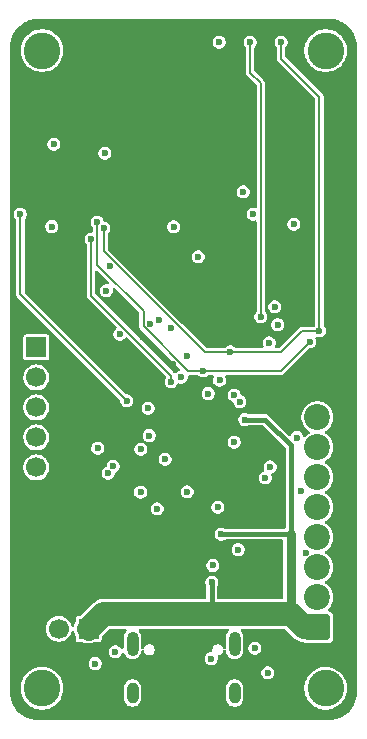
<source format=gbr>
%TF.GenerationSoftware,KiCad,Pcbnew,9.0.2*%
%TF.CreationDate,2025-06-05T09:54:10-05:00*%
%TF.ProjectId,Flight Computer v3,466c6967-6874-4204-936f-6d7075746572,rev?*%
%TF.SameCoordinates,Original*%
%TF.FileFunction,Copper,L3,Inr*%
%TF.FilePolarity,Positive*%
%FSLAX46Y46*%
G04 Gerber Fmt 4.6, Leading zero omitted, Abs format (unit mm)*
G04 Created by KiCad (PCBNEW 9.0.2) date 2025-06-05 09:54:10*
%MOMM*%
%LPD*%
G01*
G04 APERTURE LIST*
G04 Aperture macros list*
%AMRoundRect*
0 Rectangle with rounded corners*
0 $1 Rounding radius*
0 $2 $3 $4 $5 $6 $7 $8 $9 X,Y pos of 4 corners*
0 Add a 4 corners polygon primitive as box body*
4,1,4,$2,$3,$4,$5,$6,$7,$8,$9,$2,$3,0*
0 Add four circle primitives for the rounded corners*
1,1,$1+$1,$2,$3*
1,1,$1+$1,$4,$5*
1,1,$1+$1,$6,$7*
1,1,$1+$1,$8,$9*
0 Add four rect primitives between the rounded corners*
20,1,$1+$1,$2,$3,$4,$5,0*
20,1,$1+$1,$4,$5,$6,$7,0*
20,1,$1+$1,$6,$7,$8,$9,0*
20,1,$1+$1,$8,$9,$2,$3,0*%
G04 Aperture macros list end*
%TA.AperFunction,ComponentPad*%
%ADD10C,3.100000*%
%TD*%
%TA.AperFunction,ComponentPad*%
%ADD11R,1.700000X1.700000*%
%TD*%
%TA.AperFunction,ComponentPad*%
%ADD12C,1.700000*%
%TD*%
%TA.AperFunction,ComponentPad*%
%ADD13RoundRect,0.249999X0.850001X-0.850001X0.850001X0.850001X-0.850001X0.850001X-0.850001X-0.850001X0*%
%TD*%
%TA.AperFunction,ComponentPad*%
%ADD14C,2.200000*%
%TD*%
%TA.AperFunction,HeatsinkPad*%
%ADD15O,1.000000X1.800000*%
%TD*%
%TA.AperFunction,HeatsinkPad*%
%ADD16O,1.000000X2.100000*%
%TD*%
%TA.AperFunction,ViaPad*%
%ADD17C,0.600000*%
%TD*%
%TA.AperFunction,Conductor*%
%ADD18C,0.200000*%
%TD*%
%TA.AperFunction,Conductor*%
%ADD19C,0.400000*%
%TD*%
%TA.AperFunction,Conductor*%
%ADD20C,2.000000*%
%TD*%
%TA.AperFunction,Conductor*%
%ADD21C,0.800000*%
%TD*%
G04 APERTURE END LIST*
D10*
%TO.N,GND*%
%TO.C,H604*%
X124700000Y-109500000D03*
%TD*%
%TO.N,GND*%
%TO.C,H601*%
X100700000Y-55500000D03*
%TD*%
D11*
%TO.N,VCC*%
%TO.C,J604*%
X104630000Y-104450000D03*
D12*
%TO.N,GND*%
X102090000Y-104450000D03*
%TD*%
D10*
%TO.N,GND*%
%TO.C,H603*%
X100700000Y-109500000D03*
%TD*%
D13*
%TO.N,VCC*%
%TO.C,J603*%
X124000000Y-104330000D03*
D14*
%TO.N,Pyro_Power*%
X124000000Y-101790000D03*
%TO.N,Pyro1*%
X124000000Y-99250000D03*
%TO.N,GND*%
X124000000Y-96710000D03*
%TO.N,Pyro2*%
X124000000Y-94170000D03*
%TO.N,GND*%
X124000000Y-91630000D03*
%TO.N,Pyro3*%
X124000000Y-89090000D03*
%TO.N,GND*%
X124000000Y-86550000D03*
%TD*%
D10*
%TO.N,GND*%
%TO.C,H602*%
X124700000Y-55500000D03*
%TD*%
D11*
%TO.N,Servo1*%
%TO.C,J605*%
X100210000Y-80640000D03*
D12*
%TO.N,Servo2*%
X100210000Y-83180000D03*
%TO.N,Servo3*%
X100210000Y-85720000D03*
%TO.N,Servo4*%
X100210000Y-88260000D03*
%TO.N,GND*%
X100210000Y-90800000D03*
%TD*%
D15*
%TO.N,GND*%
%TO.C,J601*%
X116995000Y-109900000D03*
D16*
X116995000Y-105720000D03*
D15*
X108355000Y-109900000D03*
D16*
X108355000Y-105720000D03*
%TD*%
D17*
%TO.N,GND*%
X115020000Y-106980000D03*
X114770000Y-84540000D03*
X120400000Y-77200000D03*
X113910000Y-72960000D03*
X106000000Y-64200000D03*
X106900000Y-106400000D03*
X111600000Y-79000000D03*
X113000000Y-81400000D03*
X105400000Y-89160000D03*
X111830000Y-70420000D03*
X107267000Y-79500000D03*
X105200000Y-107400000D03*
X118700000Y-106100000D03*
X119800000Y-108200000D03*
%TO.N,+3.3V*%
X107429008Y-86318679D03*
X111739002Y-82060998D03*
X103480000Y-69300000D03*
X126000000Y-79500000D03*
X115000000Y-86437500D03*
X116600000Y-78900000D03*
X118600000Y-65700000D03*
X120850000Y-70950000D03*
X109200000Y-79723000D03*
X113500000Y-87617500D03*
X124290000Y-83870000D03*
X108700000Y-63600000D03*
X112800000Y-107100000D03*
X112200000Y-94500000D03*
X110400000Y-63600000D03*
X113400000Y-55000000D03*
X126400000Y-68600000D03*
X116100000Y-74500000D03*
X108200000Y-93300000D03*
X104800000Y-86500000D03*
X104300000Y-91800000D03*
%TO.N,VCC*%
X115060000Y-100520000D03*
X116600000Y-103190000D03*
X115870000Y-96440000D03*
X122000000Y-70200000D03*
X117860000Y-86740000D03*
X108000000Y-103190000D03*
%TO.N,SPI_MISO*%
X124180000Y-79230000D03*
X105900000Y-70550000D03*
X109680000Y-85800000D03*
X112468266Y-83156443D03*
X120930000Y-54800000D03*
X116617024Y-81017024D03*
%TO.N,SPI_SCK*%
X105370597Y-70051738D03*
X123356051Y-80173949D03*
X114325707Y-82631000D03*
X115700000Y-54800000D03*
%TO.N,SWDIO*%
X112970000Y-92870000D03*
%TO.N,I2C_SCL*%
X117435083Y-85225083D03*
X120630000Y-78710000D03*
X106125789Y-75845000D03*
%TO.N,I2C_SDA*%
X101500000Y-70400000D03*
X119930000Y-80250000D03*
X109030000Y-92880000D03*
%TO.N,SWCLK*%
X110431650Y-94311650D03*
%TO.N,SPI_MOSI*%
X119222354Y-78047646D03*
X118310000Y-54800000D03*
X111620000Y-83560000D03*
X104843597Y-71460000D03*
%TO.N,NRST*%
X109060000Y-89250000D03*
%TO.N,Pyro_Power*%
X115575000Y-94170002D03*
X122236886Y-88266760D03*
X115160000Y-99100000D03*
X123000000Y-98000000D03*
X122600000Y-92800000D03*
%TO.N,Servo4*%
X106289141Y-91275567D03*
%TO.N,Servo3*%
X106720000Y-90690000D03*
%TO.N,{slash}GPS_RESET*%
X118560000Y-69360000D03*
%TO.N,{slash}GPS_SAFEBOOT*%
X98860000Y-69370000D03*
X107880000Y-85150000D03*
%TO.N,Pyro1_Trigger*%
X117317000Y-97751601D03*
%TO.N,Pyro2_Trigger*%
X119600490Y-91679027D03*
%TO.N,Pyro3_Trigger*%
X116970000Y-88650000D03*
%TO.N,Pyro3_Cont*%
X120000000Y-90760000D03*
%TO.N,/Radio/CTL*%
X101700000Y-63420000D03*
X106447354Y-73762646D03*
%TO.N,IMU_INT1*%
X111103883Y-90103883D03*
%TO.N,IMU_INT2*%
X116968655Y-84667429D03*
%TO.N,GPS_RX*%
X110600000Y-78297000D03*
%TO.N,GPS_TX*%
X109810000Y-78640000D03*
%TO.N,GPS_INT*%
X117728032Y-67476640D03*
%TO.N,IMU_CS*%
X115717316Y-83407316D03*
%TO.N,Baro_CS*%
X109777673Y-88095173D03*
%TD*%
D18*
%TO.N,VCC*%
X121750001Y-96440000D02*
X121760001Y-96450000D01*
D19*
X119560000Y-86740000D02*
X121760001Y-88940001D01*
D20*
X108000000Y-103190000D02*
X105890000Y-103190000D01*
D18*
X104630000Y-104450000D02*
X104750000Y-104330000D01*
D19*
X115060000Y-100520000D02*
X115060000Y-103190000D01*
D21*
X121760001Y-103190000D02*
X121760001Y-96450000D01*
D20*
X121760001Y-103190000D02*
X116600000Y-103190000D01*
X122900001Y-104330000D02*
X124000000Y-104330000D01*
X115060000Y-103190000D02*
X110000000Y-103190000D01*
X116600000Y-103190000D02*
X115060000Y-103190000D01*
X105890000Y-103190000D02*
X104630000Y-104450000D01*
D19*
X117860000Y-86740000D02*
X119560000Y-86740000D01*
X115870000Y-96440000D02*
X121750001Y-96440000D01*
D20*
X121760001Y-103190000D02*
X122900001Y-104330000D01*
X110000000Y-103190000D02*
X108000000Y-103190000D01*
D19*
X121760001Y-96450000D02*
X121760001Y-88940001D01*
D18*
%TO.N,SPI_MISO*%
X120930000Y-56180000D02*
X124180000Y-59430000D01*
X114447024Y-81017024D02*
X116617024Y-81017024D01*
X120930000Y-54800000D02*
X120930000Y-56180000D01*
X105900000Y-70550000D02*
X105900000Y-72470000D01*
X124180000Y-59430000D02*
X124180000Y-79230000D01*
X116617024Y-81017024D02*
X120922976Y-81017024D01*
X105900000Y-72470000D02*
X114447024Y-81017024D01*
X122710000Y-79230000D02*
X124180000Y-79230000D01*
X120922976Y-81017024D02*
X122710000Y-79230000D01*
%TO.N,SPI_SCK*%
X120899000Y-82631000D02*
X114325707Y-82631000D01*
X109282000Y-77542000D02*
X105370597Y-73630597D01*
X123356051Y-80173949D02*
X120899000Y-82631000D01*
X109282000Y-78858705D02*
X109282000Y-77542000D01*
X113054295Y-82631000D02*
X109282000Y-78858705D01*
X114325707Y-82631000D02*
X113054295Y-82631000D01*
X105370597Y-73630597D02*
X105370597Y-70051738D01*
%TO.N,SPI_MOSI*%
X119222354Y-58282354D02*
X118310000Y-57370000D01*
X119222354Y-78047646D02*
X119222354Y-58282354D01*
X104843597Y-76243597D02*
X111620000Y-83020000D01*
X104843597Y-71460000D02*
X104843597Y-76243597D01*
X118310000Y-57370000D02*
X118310000Y-54800000D01*
X111620000Y-83020000D02*
X111620000Y-83560000D01*
%TO.N,{slash}GPS_SAFEBOOT*%
X107880000Y-85150000D02*
X98860000Y-76130000D01*
X98860000Y-76130000D02*
X98860000Y-69370000D01*
%TD*%
%TA.AperFunction,Conductor*%
%TO.N,+3.3V*%
G36*
X105399300Y-74155428D02*
G01*
X105405778Y-74161460D01*
X106336239Y-75091921D01*
X106369724Y-75153244D01*
X106364740Y-75222936D01*
X106322868Y-75278869D01*
X106257404Y-75303286D01*
X106216466Y-75299377D01*
X106198265Y-75294500D01*
X106198264Y-75294500D01*
X106053314Y-75294500D01*
X105924782Y-75328940D01*
X105913300Y-75332017D01*
X105787777Y-75404488D01*
X105787771Y-75404493D01*
X105685282Y-75506982D01*
X105685277Y-75506988D01*
X105612806Y-75632511D01*
X105612805Y-75632515D01*
X105575289Y-75772525D01*
X105575289Y-75917475D01*
X105610010Y-76047053D01*
X105612806Y-76057488D01*
X105685277Y-76183011D01*
X105685279Y-76183013D01*
X105685280Y-76183015D01*
X105787774Y-76285509D01*
X105787775Y-76285510D01*
X105787777Y-76285511D01*
X105913300Y-76357982D01*
X105913301Y-76357982D01*
X105913304Y-76357984D01*
X106053314Y-76395500D01*
X106053317Y-76395500D01*
X106198261Y-76395500D01*
X106198264Y-76395500D01*
X106338274Y-76357984D01*
X106463804Y-76285509D01*
X106566298Y-76183015D01*
X106638773Y-76057485D01*
X106676289Y-75917475D01*
X106676289Y-75772525D01*
X106671412Y-75754324D01*
X106673073Y-75684475D01*
X106712235Y-75626612D01*
X106776463Y-75599107D01*
X106845366Y-75610693D01*
X106878867Y-75634549D01*
X108895181Y-77650863D01*
X108928666Y-77712186D01*
X108931500Y-77738544D01*
X108931500Y-78904849D01*
X108937576Y-78927523D01*
X108951105Y-78978016D01*
X108955385Y-78993992D01*
X109001527Y-79073913D01*
X109001531Y-79073918D01*
X112352575Y-82424962D01*
X112386060Y-82486285D01*
X112381076Y-82555977D01*
X112339204Y-82611910D01*
X112296990Y-82632416D01*
X112260863Y-82642097D01*
X112255777Y-82643460D01*
X112130254Y-82715931D01*
X112058614Y-82787571D01*
X111997290Y-82821055D01*
X111927599Y-82816070D01*
X111883252Y-82787570D01*
X105230416Y-76134734D01*
X105196931Y-76073411D01*
X105194097Y-76047053D01*
X105194097Y-74249141D01*
X105213782Y-74182102D01*
X105266586Y-74136347D01*
X105335744Y-74126403D01*
X105399300Y-74155428D01*
G37*
%TD.AperFunction*%
%TA.AperFunction,Conductor*%
G36*
X124973736Y-52800726D02*
G01*
X125251742Y-52817542D01*
X125266605Y-52819347D01*
X125341845Y-52833135D01*
X125536866Y-52868874D01*
X125551395Y-52872455D01*
X125813713Y-52954197D01*
X125827709Y-52959505D01*
X126078264Y-53072270D01*
X126091522Y-53079228D01*
X126326658Y-53221373D01*
X126338969Y-53229871D01*
X126555261Y-53399324D01*
X126566469Y-53409254D01*
X126760745Y-53603530D01*
X126770675Y-53614738D01*
X126940124Y-53831024D01*
X126948628Y-53843344D01*
X126971825Y-53881716D01*
X127090770Y-54078476D01*
X127097729Y-54091735D01*
X127210494Y-54342290D01*
X127215803Y-54356290D01*
X127297542Y-54618597D01*
X127301126Y-54633137D01*
X127350652Y-54903394D01*
X127352457Y-54918258D01*
X127369274Y-55196263D01*
X127369500Y-55203750D01*
X127369500Y-109796249D01*
X127369274Y-109803736D01*
X127352457Y-110081741D01*
X127350652Y-110096605D01*
X127301126Y-110366862D01*
X127297542Y-110381402D01*
X127215803Y-110643709D01*
X127210494Y-110657709D01*
X127097729Y-110908264D01*
X127090770Y-110921523D01*
X126948630Y-111156652D01*
X126940124Y-111168975D01*
X126770675Y-111385261D01*
X126760745Y-111396469D01*
X126566469Y-111590745D01*
X126555261Y-111600675D01*
X126338975Y-111770124D01*
X126326652Y-111778630D01*
X126091523Y-111920770D01*
X126078264Y-111927729D01*
X125827709Y-112040494D01*
X125813709Y-112045803D01*
X125551402Y-112127542D01*
X125536862Y-112131126D01*
X125266605Y-112180652D01*
X125251741Y-112182457D01*
X124973736Y-112199274D01*
X124966249Y-112199500D01*
X100373752Y-112199500D01*
X100366265Y-112199274D01*
X100088259Y-112182457D01*
X100073394Y-112180652D01*
X99803134Y-112131125D01*
X99788600Y-112127543D01*
X99526282Y-112045802D01*
X99512292Y-112040496D01*
X99261736Y-111927730D01*
X99248477Y-111920771D01*
X99013347Y-111778630D01*
X99001024Y-111770124D01*
X98784738Y-111600675D01*
X98773530Y-111590745D01*
X98579254Y-111396469D01*
X98569324Y-111385261D01*
X98502917Y-111300498D01*
X98399871Y-111168969D01*
X98391373Y-111156658D01*
X98249225Y-110921516D01*
X98242270Y-110908264D01*
X98129501Y-110657702D01*
X98124200Y-110643726D01*
X98042453Y-110381387D01*
X98038874Y-110366865D01*
X97989347Y-110096605D01*
X97987542Y-110081740D01*
X97970726Y-109803735D01*
X97970500Y-109796248D01*
X97970500Y-109381995D01*
X98899500Y-109381995D01*
X98899500Y-109618004D01*
X98899501Y-109618020D01*
X98930306Y-109852010D01*
X98991394Y-110079993D01*
X99081714Y-110298045D01*
X99081719Y-110298056D01*
X99129840Y-110381402D01*
X99199727Y-110502450D01*
X99199729Y-110502453D01*
X99199730Y-110502454D01*
X99343406Y-110689697D01*
X99343412Y-110689704D01*
X99510295Y-110856587D01*
X99510302Y-110856593D01*
X99594921Y-110921523D01*
X99697550Y-111000273D01*
X99784546Y-111050500D01*
X99901943Y-111118280D01*
X99901948Y-111118282D01*
X99901951Y-111118284D01*
X100120007Y-111208606D01*
X100347986Y-111269693D01*
X100581989Y-111300500D01*
X100581996Y-111300500D01*
X100818004Y-111300500D01*
X100818011Y-111300500D01*
X101052014Y-111269693D01*
X101279993Y-111208606D01*
X101498049Y-111118284D01*
X101702450Y-111000273D01*
X101889699Y-110856592D01*
X102056592Y-110689699D01*
X102200273Y-110502450D01*
X102274480Y-110373920D01*
X107604499Y-110373920D01*
X107633340Y-110518907D01*
X107633343Y-110518917D01*
X107689912Y-110655488D01*
X107689919Y-110655501D01*
X107772048Y-110778415D01*
X107772051Y-110778419D01*
X107876580Y-110882948D01*
X107876584Y-110882951D01*
X107999498Y-110965080D01*
X107999511Y-110965087D01*
X108136082Y-111021656D01*
X108136087Y-111021658D01*
X108136091Y-111021658D01*
X108136092Y-111021659D01*
X108281079Y-111050500D01*
X108281082Y-111050500D01*
X108428920Y-111050500D01*
X108526462Y-111031096D01*
X108573913Y-111021658D01*
X108710495Y-110965084D01*
X108833416Y-110882951D01*
X108937951Y-110778416D01*
X109020084Y-110655495D01*
X109076658Y-110518913D01*
X109104011Y-110381403D01*
X109105500Y-110373920D01*
X116244499Y-110373920D01*
X116273340Y-110518907D01*
X116273343Y-110518917D01*
X116329912Y-110655488D01*
X116329919Y-110655501D01*
X116412048Y-110778415D01*
X116412051Y-110778419D01*
X116516580Y-110882948D01*
X116516584Y-110882951D01*
X116639498Y-110965080D01*
X116639511Y-110965087D01*
X116776082Y-111021656D01*
X116776087Y-111021658D01*
X116776091Y-111021658D01*
X116776092Y-111021659D01*
X116921079Y-111050500D01*
X116921082Y-111050500D01*
X117068920Y-111050500D01*
X117166462Y-111031096D01*
X117213913Y-111021658D01*
X117350495Y-110965084D01*
X117473416Y-110882951D01*
X117577951Y-110778416D01*
X117660084Y-110655495D01*
X117716658Y-110518913D01*
X117744011Y-110381403D01*
X117745500Y-110373920D01*
X117745500Y-109426081D01*
X117740734Y-109402123D01*
X117740734Y-109402122D01*
X117736730Y-109381995D01*
X122899500Y-109381995D01*
X122899500Y-109618004D01*
X122899501Y-109618020D01*
X122930306Y-109852010D01*
X122991394Y-110079993D01*
X123081714Y-110298045D01*
X123081719Y-110298056D01*
X123129840Y-110381402D01*
X123199727Y-110502450D01*
X123199729Y-110502453D01*
X123199730Y-110502454D01*
X123343406Y-110689697D01*
X123343412Y-110689704D01*
X123510295Y-110856587D01*
X123510302Y-110856593D01*
X123594921Y-110921523D01*
X123697550Y-111000273D01*
X123784546Y-111050500D01*
X123901943Y-111118280D01*
X123901948Y-111118282D01*
X123901951Y-111118284D01*
X124120007Y-111208606D01*
X124347986Y-111269693D01*
X124581989Y-111300500D01*
X124581996Y-111300500D01*
X124818004Y-111300500D01*
X124818011Y-111300500D01*
X125052014Y-111269693D01*
X125279993Y-111208606D01*
X125498049Y-111118284D01*
X125702450Y-111000273D01*
X125889699Y-110856592D01*
X126056592Y-110689699D01*
X126200273Y-110502450D01*
X126318284Y-110298049D01*
X126408606Y-110079993D01*
X126469693Y-109852014D01*
X126500500Y-109618011D01*
X126500500Y-109381989D01*
X126469693Y-109147986D01*
X126408606Y-108920007D01*
X126318284Y-108701951D01*
X126318282Y-108701948D01*
X126318280Y-108701943D01*
X126276118Y-108628918D01*
X126200273Y-108497550D01*
X126056592Y-108310301D01*
X126056587Y-108310295D01*
X125889704Y-108143412D01*
X125889697Y-108143406D01*
X125702454Y-107999730D01*
X125702453Y-107999729D01*
X125702450Y-107999727D01*
X125617186Y-107950500D01*
X125498056Y-107881719D01*
X125498045Y-107881714D01*
X125279993Y-107791394D01*
X125160930Y-107759491D01*
X125052014Y-107730307D01*
X125052013Y-107730306D01*
X125052010Y-107730306D01*
X124818020Y-107699501D01*
X124818017Y-107699500D01*
X124818011Y-107699500D01*
X124581989Y-107699500D01*
X124581983Y-107699500D01*
X124581979Y-107699501D01*
X124347989Y-107730306D01*
X124120006Y-107791394D01*
X123901954Y-107881714D01*
X123901943Y-107881719D01*
X123697545Y-107999730D01*
X123510302Y-108143406D01*
X123510295Y-108143412D01*
X123343412Y-108310295D01*
X123343406Y-108310302D01*
X123199730Y-108497545D01*
X123081719Y-108701943D01*
X123081714Y-108701954D01*
X122991394Y-108920006D01*
X122930306Y-109147989D01*
X122899501Y-109381979D01*
X122899500Y-109381995D01*
X117736730Y-109381995D01*
X117716659Y-109281092D01*
X117716658Y-109281091D01*
X117716658Y-109281087D01*
X117716656Y-109281082D01*
X117660087Y-109144511D01*
X117660080Y-109144498D01*
X117577951Y-109021584D01*
X117577948Y-109021580D01*
X117473419Y-108917051D01*
X117473415Y-108917048D01*
X117350501Y-108834919D01*
X117350488Y-108834912D01*
X117213917Y-108778343D01*
X117213907Y-108778340D01*
X117068920Y-108749500D01*
X117068918Y-108749500D01*
X116921082Y-108749500D01*
X116921080Y-108749500D01*
X116776092Y-108778340D01*
X116776082Y-108778343D01*
X116639511Y-108834912D01*
X116639498Y-108834919D01*
X116516584Y-108917048D01*
X116516580Y-108917051D01*
X116412051Y-109021580D01*
X116412048Y-109021584D01*
X116329919Y-109144498D01*
X116329912Y-109144511D01*
X116273343Y-109281082D01*
X116273340Y-109281092D01*
X116244500Y-109426079D01*
X116244500Y-109426081D01*
X116244500Y-109426082D01*
X116244500Y-110373918D01*
X116244500Y-110373920D01*
X116244499Y-110373920D01*
X109105500Y-110373920D01*
X109105500Y-109426079D01*
X109076659Y-109281092D01*
X109076658Y-109281091D01*
X109076658Y-109281087D01*
X109076656Y-109281082D01*
X109020087Y-109144511D01*
X109020080Y-109144498D01*
X108937951Y-109021584D01*
X108937948Y-109021580D01*
X108833419Y-108917051D01*
X108833415Y-108917048D01*
X108710501Y-108834919D01*
X108710488Y-108834912D01*
X108573917Y-108778343D01*
X108573907Y-108778340D01*
X108428920Y-108749500D01*
X108428918Y-108749500D01*
X108281082Y-108749500D01*
X108281080Y-108749500D01*
X108136092Y-108778340D01*
X108136082Y-108778343D01*
X107999511Y-108834912D01*
X107999498Y-108834919D01*
X107876584Y-108917048D01*
X107876580Y-108917051D01*
X107772051Y-109021580D01*
X107772048Y-109021584D01*
X107689919Y-109144498D01*
X107689912Y-109144511D01*
X107633343Y-109281082D01*
X107633340Y-109281092D01*
X107604500Y-109426079D01*
X107604500Y-109426081D01*
X107604500Y-109426082D01*
X107604500Y-110373918D01*
X107604500Y-110373920D01*
X107604499Y-110373920D01*
X102274480Y-110373920D01*
X102318284Y-110298049D01*
X102408606Y-110079993D01*
X102469693Y-109852014D01*
X102500500Y-109618011D01*
X102500500Y-109381989D01*
X102469693Y-109147986D01*
X102408606Y-108920007D01*
X102318284Y-108701951D01*
X102318282Y-108701948D01*
X102318280Y-108701943D01*
X102276118Y-108628918D01*
X102200273Y-108497550D01*
X102056592Y-108310301D01*
X102056587Y-108310295D01*
X101889704Y-108143412D01*
X101889697Y-108143406D01*
X101869000Y-108127525D01*
X119249500Y-108127525D01*
X119249500Y-108272475D01*
X119259636Y-108310301D01*
X119287017Y-108412488D01*
X119359488Y-108538011D01*
X119359490Y-108538013D01*
X119359491Y-108538015D01*
X119461985Y-108640509D01*
X119461986Y-108640510D01*
X119461988Y-108640511D01*
X119587511Y-108712982D01*
X119587512Y-108712982D01*
X119587515Y-108712984D01*
X119727525Y-108750500D01*
X119727528Y-108750500D01*
X119872472Y-108750500D01*
X119872475Y-108750500D01*
X120012485Y-108712984D01*
X120138015Y-108640509D01*
X120240509Y-108538015D01*
X120312984Y-108412485D01*
X120350500Y-108272475D01*
X120350500Y-108127525D01*
X120312984Y-107987515D01*
X120291613Y-107950500D01*
X120240511Y-107861988D01*
X120240506Y-107861982D01*
X120138017Y-107759493D01*
X120138011Y-107759488D01*
X120012488Y-107687017D01*
X120012489Y-107687017D01*
X120001006Y-107683940D01*
X119872475Y-107649500D01*
X119727525Y-107649500D01*
X119598993Y-107683940D01*
X119587511Y-107687017D01*
X119461988Y-107759488D01*
X119461982Y-107759493D01*
X119359493Y-107861982D01*
X119359488Y-107861988D01*
X119287017Y-107987511D01*
X119287016Y-107987515D01*
X119249500Y-108127525D01*
X101869000Y-108127525D01*
X101702454Y-107999730D01*
X101702453Y-107999729D01*
X101702450Y-107999727D01*
X101617186Y-107950500D01*
X101498056Y-107881719D01*
X101498045Y-107881714D01*
X101279993Y-107791394D01*
X101160930Y-107759491D01*
X101052014Y-107730307D01*
X101052013Y-107730306D01*
X101052010Y-107730306D01*
X100818020Y-107699501D01*
X100818017Y-107699500D01*
X100818011Y-107699500D01*
X100581989Y-107699500D01*
X100581983Y-107699500D01*
X100581979Y-107699501D01*
X100347989Y-107730306D01*
X100120006Y-107791394D01*
X99901954Y-107881714D01*
X99901943Y-107881719D01*
X99697545Y-107999730D01*
X99510302Y-108143406D01*
X99510295Y-108143412D01*
X99343412Y-108310295D01*
X99343406Y-108310302D01*
X99199730Y-108497545D01*
X99081719Y-108701943D01*
X99081714Y-108701954D01*
X98991394Y-108920006D01*
X98930306Y-109147989D01*
X98899501Y-109381979D01*
X98899500Y-109381995D01*
X97970500Y-109381995D01*
X97970500Y-107327525D01*
X104649500Y-107327525D01*
X104649500Y-107472475D01*
X104665048Y-107530500D01*
X104687017Y-107612488D01*
X104759488Y-107738011D01*
X104759490Y-107738013D01*
X104759491Y-107738015D01*
X104861985Y-107840509D01*
X104861986Y-107840510D01*
X104861988Y-107840511D01*
X104987511Y-107912982D01*
X104987512Y-107912982D01*
X104987515Y-107912984D01*
X105127525Y-107950500D01*
X105127528Y-107950500D01*
X105272472Y-107950500D01*
X105272475Y-107950500D01*
X105412485Y-107912984D01*
X105538015Y-107840509D01*
X105640509Y-107738015D01*
X105712984Y-107612485D01*
X105750500Y-107472475D01*
X105750500Y-107327525D01*
X105712984Y-107187515D01*
X105640509Y-107061985D01*
X105538015Y-106959491D01*
X105538013Y-106959490D01*
X105538011Y-106959488D01*
X105412488Y-106887017D01*
X105412489Y-106887017D01*
X105401006Y-106883940D01*
X105272475Y-106849500D01*
X105127525Y-106849500D01*
X104998993Y-106883940D01*
X104987511Y-106887017D01*
X104861988Y-106959488D01*
X104861982Y-106959493D01*
X104759493Y-107061982D01*
X104759488Y-107061988D01*
X104687017Y-107187511D01*
X104687016Y-107187515D01*
X104649500Y-107327525D01*
X97970500Y-107327525D01*
X97970500Y-104363389D01*
X100989500Y-104363389D01*
X100989500Y-104536610D01*
X101014044Y-104691580D01*
X101016598Y-104707701D01*
X101070127Y-104872445D01*
X101148768Y-105026788D01*
X101250586Y-105166928D01*
X101373072Y-105289414D01*
X101513212Y-105391232D01*
X101667555Y-105469873D01*
X101832299Y-105523402D01*
X102003389Y-105550500D01*
X102003390Y-105550500D01*
X102176610Y-105550500D01*
X102176611Y-105550500D01*
X102347701Y-105523402D01*
X102512445Y-105469873D01*
X102666788Y-105391232D01*
X102806928Y-105289414D01*
X102929414Y-105166928D01*
X103031232Y-105026788D01*
X103109873Y-104872445D01*
X103163402Y-104707701D01*
X103163403Y-104707697D01*
X103164907Y-104703068D01*
X103166032Y-104703433D01*
X103198047Y-104647650D01*
X103260067Y-104615473D01*
X103329637Y-104621934D01*
X103384670Y-104664983D01*
X103406322Y-104717770D01*
X103410291Y-104742828D01*
X103471117Y-104930030D01*
X103515985Y-105018086D01*
X103529500Y-105074381D01*
X103529500Y-105324678D01*
X103544032Y-105397735D01*
X103544033Y-105397739D01*
X103544034Y-105397740D01*
X103599399Y-105480601D01*
X103682260Y-105535966D01*
X103682264Y-105535967D01*
X103755321Y-105550499D01*
X103755324Y-105550500D01*
X103755326Y-105550500D01*
X104005619Y-105550500D01*
X104061914Y-105564015D01*
X104149969Y-105608882D01*
X104149971Y-105608882D01*
X104149974Y-105608884D01*
X104250318Y-105641487D01*
X104337173Y-105669709D01*
X104531578Y-105700500D01*
X104531583Y-105700500D01*
X104728422Y-105700500D01*
X104922826Y-105669709D01*
X105110026Y-105608884D01*
X105117192Y-105605233D01*
X105198086Y-105564015D01*
X105254381Y-105550500D01*
X105504676Y-105550500D01*
X105504677Y-105550499D01*
X105577740Y-105535966D01*
X105660601Y-105480601D01*
X105715966Y-105397740D01*
X105730500Y-105324674D01*
X105730500Y-105169336D01*
X105750185Y-105102297D01*
X105766819Y-105081655D01*
X106371655Y-104476819D01*
X106432978Y-104443334D01*
X106459336Y-104440500D01*
X107723770Y-104440500D01*
X107790809Y-104460185D01*
X107836564Y-104512989D01*
X107846508Y-104582147D01*
X107817483Y-104645703D01*
X107811451Y-104652181D01*
X107772051Y-104691580D01*
X107772048Y-104691584D01*
X107689919Y-104814498D01*
X107689912Y-104814511D01*
X107633343Y-104951082D01*
X107633340Y-104951092D01*
X107604500Y-105096079D01*
X107604500Y-106056456D01*
X107584815Y-106123495D01*
X107532011Y-106169250D01*
X107462853Y-106179194D01*
X107399297Y-106150169D01*
X107373113Y-106118457D01*
X107361200Y-106097823D01*
X107340509Y-106061985D01*
X107238015Y-105959491D01*
X107238013Y-105959490D01*
X107238011Y-105959488D01*
X107112488Y-105887017D01*
X107112489Y-105887017D01*
X107101006Y-105883940D01*
X106972475Y-105849500D01*
X106827525Y-105849500D01*
X106698993Y-105883940D01*
X106687511Y-105887017D01*
X106561988Y-105959488D01*
X106561982Y-105959493D01*
X106459493Y-106061982D01*
X106459488Y-106061988D01*
X106387017Y-106187511D01*
X106387016Y-106187515D01*
X106349500Y-106327525D01*
X106349500Y-106472475D01*
X106378872Y-106582090D01*
X106387017Y-106612488D01*
X106459488Y-106738011D01*
X106459490Y-106738013D01*
X106459491Y-106738015D01*
X106561985Y-106840509D01*
X106561986Y-106840510D01*
X106561988Y-106840511D01*
X106687511Y-106912982D01*
X106687512Y-106912982D01*
X106687515Y-106912984D01*
X106827525Y-106950500D01*
X106827528Y-106950500D01*
X106972472Y-106950500D01*
X106972475Y-106950500D01*
X107112485Y-106912984D01*
X107238015Y-106840509D01*
X107340509Y-106738015D01*
X107412984Y-106612485D01*
X107425100Y-106567266D01*
X107461463Y-106507608D01*
X107524310Y-106477078D01*
X107593686Y-106485372D01*
X107647564Y-106529857D01*
X107659435Y-106551908D01*
X107689914Y-106625491D01*
X107689919Y-106625501D01*
X107772048Y-106748415D01*
X107772051Y-106748419D01*
X107876580Y-106852948D01*
X107876584Y-106852951D01*
X107999498Y-106935080D01*
X107999511Y-106935087D01*
X108136082Y-106991656D01*
X108136087Y-106991658D01*
X108136091Y-106991658D01*
X108136092Y-106991659D01*
X108281079Y-107020500D01*
X108281082Y-107020500D01*
X108428920Y-107020500D01*
X108526462Y-107001096D01*
X108573913Y-106991658D01*
X108710495Y-106935084D01*
X108833416Y-106852951D01*
X108937951Y-106748416D01*
X109020084Y-106625495D01*
X109025473Y-106612486D01*
X109055286Y-106540509D01*
X109076658Y-106488913D01*
X109105500Y-106343918D01*
X109105812Y-106342350D01*
X109138197Y-106280439D01*
X109198913Y-106245865D01*
X109268682Y-106249605D01*
X109325354Y-106290472D01*
X109347203Y-106334446D01*
X109363337Y-106394659D01*
X109422910Y-106497842D01*
X109507158Y-106582090D01*
X109610341Y-106641663D01*
X109725427Y-106672500D01*
X109725429Y-106672500D01*
X109844571Y-106672500D01*
X109844573Y-106672500D01*
X109959659Y-106641663D01*
X110062842Y-106582090D01*
X110147090Y-106497842D01*
X110206663Y-106394659D01*
X110237500Y-106279573D01*
X110237500Y-106160427D01*
X110206663Y-106045341D01*
X110147090Y-105942158D01*
X110062842Y-105857910D01*
X110011250Y-105828123D01*
X109959660Y-105798337D01*
X109902116Y-105782918D01*
X109844573Y-105767500D01*
X109725427Y-105767500D01*
X109610339Y-105798337D01*
X109507158Y-105857910D01*
X109507155Y-105857912D01*
X109422912Y-105942155D01*
X109422910Y-105942158D01*
X109363337Y-106045341D01*
X109349275Y-106097823D01*
X109312910Y-106157483D01*
X109250063Y-106188012D01*
X109180687Y-106179717D01*
X109126809Y-106135232D01*
X109105535Y-106068680D01*
X109105500Y-106065729D01*
X109105500Y-105096079D01*
X109076659Y-104951092D01*
X109076658Y-104951091D01*
X109076658Y-104951087D01*
X109067934Y-104930026D01*
X109020087Y-104814511D01*
X109020080Y-104814498D01*
X108937951Y-104691584D01*
X108937948Y-104691580D01*
X108898549Y-104652181D01*
X108865064Y-104590858D01*
X108870048Y-104521166D01*
X108911920Y-104465233D01*
X108977384Y-104440816D01*
X108986230Y-104440500D01*
X109901583Y-104440500D01*
X114961583Y-104440500D01*
X116363770Y-104440500D01*
X116430809Y-104460185D01*
X116476564Y-104512989D01*
X116486508Y-104582147D01*
X116457483Y-104645703D01*
X116451451Y-104652181D01*
X116412051Y-104691580D01*
X116412048Y-104691584D01*
X116329919Y-104814498D01*
X116329912Y-104814511D01*
X116273343Y-104951082D01*
X116273340Y-104951092D01*
X116244500Y-105096079D01*
X116244500Y-106065729D01*
X116224815Y-106132768D01*
X116172011Y-106178523D01*
X116102853Y-106188467D01*
X116039297Y-106159442D01*
X116001523Y-106100664D01*
X116000725Y-106097823D01*
X115986663Y-106045341D01*
X115927090Y-105942158D01*
X115842842Y-105857910D01*
X115791250Y-105828123D01*
X115739660Y-105798337D01*
X115682116Y-105782918D01*
X115624573Y-105767500D01*
X115505427Y-105767500D01*
X115390339Y-105798337D01*
X115287158Y-105857910D01*
X115287155Y-105857912D01*
X115202912Y-105942155D01*
X115202910Y-105942158D01*
X115143337Y-106045339D01*
X115112500Y-106160427D01*
X115112500Y-106279571D01*
X115113561Y-106287629D01*
X115110502Y-106288031D01*
X115109180Y-106343271D01*
X115070011Y-106401129D01*
X115005779Y-106428625D01*
X114991073Y-106429500D01*
X114947525Y-106429500D01*
X114818993Y-106463940D01*
X114807511Y-106467017D01*
X114681988Y-106539488D01*
X114681982Y-106539493D01*
X114579493Y-106641982D01*
X114579488Y-106641988D01*
X114507017Y-106767511D01*
X114507016Y-106767515D01*
X114469500Y-106907525D01*
X114469500Y-107052475D01*
X114505683Y-107187511D01*
X114507017Y-107192488D01*
X114579488Y-107318011D01*
X114579490Y-107318013D01*
X114579491Y-107318015D01*
X114681985Y-107420509D01*
X114681986Y-107420510D01*
X114681988Y-107420511D01*
X114807511Y-107492982D01*
X114807512Y-107492982D01*
X114807515Y-107492984D01*
X114947525Y-107530500D01*
X114947528Y-107530500D01*
X115092472Y-107530500D01*
X115092475Y-107530500D01*
X115232485Y-107492984D01*
X115358015Y-107420509D01*
X115460509Y-107318015D01*
X115532984Y-107192485D01*
X115570500Y-107052475D01*
X115570500Y-106907525D01*
X115547458Y-106821532D01*
X115549121Y-106751688D01*
X115588283Y-106693825D01*
X115635137Y-106669669D01*
X115739659Y-106641663D01*
X115842842Y-106582090D01*
X115927090Y-106497842D01*
X115986663Y-106394659D01*
X116002796Y-106334447D01*
X116039159Y-106274789D01*
X116102006Y-106244259D01*
X116171381Y-106252553D01*
X116225260Y-106297038D01*
X116244187Y-106342350D01*
X116273340Y-106488907D01*
X116273343Y-106488917D01*
X116329912Y-106625488D01*
X116329919Y-106625501D01*
X116412048Y-106748415D01*
X116412051Y-106748419D01*
X116516580Y-106852948D01*
X116516584Y-106852951D01*
X116639498Y-106935080D01*
X116639511Y-106935087D01*
X116776082Y-106991656D01*
X116776087Y-106991658D01*
X116776091Y-106991658D01*
X116776092Y-106991659D01*
X116921079Y-107020500D01*
X116921082Y-107020500D01*
X117068920Y-107020500D01*
X117166462Y-107001096D01*
X117213913Y-106991658D01*
X117350495Y-106935084D01*
X117473416Y-106852951D01*
X117577951Y-106748416D01*
X117660084Y-106625495D01*
X117665473Y-106612486D01*
X117695286Y-106540509D01*
X117716658Y-106488913D01*
X117726782Y-106438017D01*
X117745500Y-106343920D01*
X117745500Y-106027525D01*
X118149500Y-106027525D01*
X118149500Y-106172475D01*
X118181118Y-106290472D01*
X118187017Y-106312488D01*
X118259488Y-106438011D01*
X118259490Y-106438013D01*
X118259491Y-106438015D01*
X118361985Y-106540509D01*
X118361986Y-106540510D01*
X118361988Y-106540511D01*
X118487511Y-106612982D01*
X118487512Y-106612982D01*
X118487515Y-106612984D01*
X118627525Y-106650500D01*
X118627528Y-106650500D01*
X118772472Y-106650500D01*
X118772475Y-106650500D01*
X118912485Y-106612984D01*
X119038015Y-106540509D01*
X119140509Y-106438015D01*
X119212984Y-106312485D01*
X119250500Y-106172475D01*
X119250500Y-106027525D01*
X119212984Y-105887515D01*
X119212696Y-105887017D01*
X119140511Y-105761988D01*
X119140506Y-105761982D01*
X119038017Y-105659493D01*
X119038011Y-105659488D01*
X118912488Y-105587017D01*
X118912489Y-105587017D01*
X118888167Y-105580500D01*
X118772475Y-105549500D01*
X118627525Y-105549500D01*
X118511833Y-105580500D01*
X118487511Y-105587017D01*
X118361988Y-105659488D01*
X118361982Y-105659493D01*
X118259493Y-105761982D01*
X118259488Y-105761988D01*
X118187017Y-105887511D01*
X118187016Y-105887515D01*
X118149500Y-106027525D01*
X117745500Y-106027525D01*
X117745500Y-105096079D01*
X117716659Y-104951092D01*
X117716658Y-104951091D01*
X117716658Y-104951087D01*
X117707934Y-104930026D01*
X117660087Y-104814511D01*
X117660080Y-104814498D01*
X117577951Y-104691584D01*
X117577948Y-104691580D01*
X117538549Y-104652181D01*
X117505064Y-104590858D01*
X117510048Y-104521166D01*
X117551920Y-104465233D01*
X117617384Y-104440816D01*
X117626230Y-104440500D01*
X121190665Y-104440500D01*
X121257704Y-104460185D01*
X121278346Y-104476819D01*
X121946172Y-105144645D01*
X121946173Y-105144646D01*
X122085355Y-105283828D01*
X122244596Y-105399524D01*
X122419976Y-105488884D01*
X122514276Y-105519524D01*
X122607174Y-105549709D01*
X122680077Y-105561255D01*
X122801579Y-105580500D01*
X122801584Y-105580500D01*
X122808562Y-105580500D01*
X122875601Y-105600185D01*
X122882853Y-105605219D01*
X122907669Y-105623796D01*
X123042516Y-105674091D01*
X123102126Y-105680500D01*
X123102135Y-105680500D01*
X124897865Y-105680500D01*
X124897874Y-105680500D01*
X124957484Y-105674091D01*
X125092331Y-105623796D01*
X125207547Y-105537547D01*
X125293796Y-105422331D01*
X125344091Y-105287484D01*
X125350500Y-105227874D01*
X125350500Y-103432126D01*
X125344091Y-103372516D01*
X125293796Y-103237669D01*
X125207547Y-103122453D01*
X125092331Y-103036204D01*
X125092330Y-103036203D01*
X125092328Y-103036202D01*
X124960917Y-102987189D01*
X124904983Y-102945318D01*
X124880566Y-102879853D01*
X124895418Y-102811580D01*
X124916563Y-102783332D01*
X125030104Y-102669792D01*
X125155051Y-102497816D01*
X125251557Y-102308412D01*
X125317246Y-102106243D01*
X125350500Y-101896287D01*
X125350500Y-101683713D01*
X125317246Y-101473757D01*
X125251557Y-101271588D01*
X125155051Y-101082184D01*
X125155049Y-101082181D01*
X125155048Y-101082179D01*
X125030109Y-100910213D01*
X124879786Y-100759890D01*
X124707820Y-100634951D01*
X124707115Y-100634591D01*
X124699054Y-100630485D01*
X124648259Y-100582512D01*
X124631463Y-100514692D01*
X124653999Y-100448556D01*
X124699054Y-100409515D01*
X124707816Y-100405051D01*
X124842064Y-100307515D01*
X124879786Y-100280109D01*
X124879788Y-100280106D01*
X124879792Y-100280104D01*
X125030104Y-100129792D01*
X125030106Y-100129788D01*
X125030109Y-100129786D01*
X125155048Y-99957820D01*
X125155047Y-99957820D01*
X125155051Y-99957816D01*
X125251557Y-99768412D01*
X125317246Y-99566243D01*
X125350500Y-99356287D01*
X125350500Y-99143713D01*
X125317246Y-98933757D01*
X125251557Y-98731588D01*
X125155051Y-98542184D01*
X125155049Y-98542181D01*
X125155048Y-98542179D01*
X125030109Y-98370213D01*
X124879786Y-98219890D01*
X124707820Y-98094951D01*
X124707115Y-98094591D01*
X124699054Y-98090485D01*
X124648259Y-98042512D01*
X124631463Y-97974692D01*
X124653999Y-97908556D01*
X124699054Y-97869515D01*
X124707816Y-97865051D01*
X124814536Y-97787515D01*
X124879786Y-97740109D01*
X124879788Y-97740106D01*
X124879792Y-97740104D01*
X125030104Y-97589792D01*
X125030106Y-97589788D01*
X125030109Y-97589786D01*
X125155048Y-97417820D01*
X125155047Y-97417820D01*
X125155051Y-97417816D01*
X125251557Y-97228412D01*
X125317246Y-97026243D01*
X125350500Y-96816287D01*
X125350500Y-96603713D01*
X125317246Y-96393757D01*
X125251557Y-96191588D01*
X125155051Y-96002184D01*
X125155049Y-96002181D01*
X125155048Y-96002179D01*
X125030109Y-95830213D01*
X124879786Y-95679890D01*
X124707820Y-95554951D01*
X124707115Y-95554591D01*
X124699054Y-95550485D01*
X124648259Y-95502512D01*
X124631463Y-95434692D01*
X124653999Y-95368556D01*
X124699054Y-95329515D01*
X124707816Y-95325051D01*
X124729789Y-95309086D01*
X124879786Y-95200109D01*
X124879788Y-95200106D01*
X124879792Y-95200104D01*
X125030104Y-95049792D01*
X125030106Y-95049788D01*
X125030109Y-95049786D01*
X125155048Y-94877820D01*
X125155047Y-94877820D01*
X125155051Y-94877816D01*
X125251557Y-94688412D01*
X125317246Y-94486243D01*
X125350500Y-94276287D01*
X125350500Y-94063713D01*
X125317246Y-93853757D01*
X125251557Y-93651588D01*
X125155051Y-93462184D01*
X125155049Y-93462181D01*
X125155048Y-93462179D01*
X125030109Y-93290213D01*
X124879786Y-93139890D01*
X124707820Y-93014951D01*
X124702980Y-93012485D01*
X124699054Y-93010485D01*
X124648259Y-92962512D01*
X124631463Y-92894692D01*
X124653999Y-92828556D01*
X124699054Y-92789515D01*
X124707816Y-92785051D01*
X124729789Y-92769086D01*
X124879786Y-92660109D01*
X124879788Y-92660106D01*
X124879792Y-92660104D01*
X125030104Y-92509792D01*
X125030106Y-92509788D01*
X125030109Y-92509786D01*
X125155048Y-92337820D01*
X125155047Y-92337820D01*
X125155051Y-92337816D01*
X125251557Y-92148412D01*
X125317246Y-91946243D01*
X125350500Y-91736287D01*
X125350500Y-91523713D01*
X125317246Y-91313757D01*
X125251557Y-91111588D01*
X125155051Y-90922184D01*
X125155049Y-90922181D01*
X125155048Y-90922179D01*
X125030109Y-90750213D01*
X124879786Y-90599890D01*
X124707820Y-90474951D01*
X124707115Y-90474591D01*
X124699054Y-90470485D01*
X124648259Y-90422512D01*
X124631463Y-90354692D01*
X124653999Y-90288556D01*
X124699054Y-90249515D01*
X124707816Y-90245051D01*
X124756748Y-90209500D01*
X124879786Y-90120109D01*
X124879788Y-90120106D01*
X124879792Y-90120104D01*
X125030104Y-89969792D01*
X125030106Y-89969788D01*
X125030109Y-89969786D01*
X125155048Y-89797820D01*
X125155047Y-89797820D01*
X125155051Y-89797816D01*
X125251557Y-89608412D01*
X125317246Y-89406243D01*
X125350500Y-89196287D01*
X125350500Y-88983713D01*
X125317246Y-88773757D01*
X125251557Y-88571588D01*
X125155051Y-88382184D01*
X125155049Y-88382181D01*
X125155048Y-88382179D01*
X125030109Y-88210213D01*
X124879786Y-88059890D01*
X124707820Y-87934951D01*
X124707115Y-87934591D01*
X124699054Y-87930485D01*
X124648259Y-87882512D01*
X124631463Y-87814692D01*
X124653999Y-87748556D01*
X124699054Y-87709515D01*
X124707816Y-87705051D01*
X124737876Y-87683211D01*
X124879786Y-87580109D01*
X124879788Y-87580106D01*
X124879792Y-87580104D01*
X125030104Y-87429792D01*
X125030106Y-87429788D01*
X125030109Y-87429786D01*
X125155048Y-87257820D01*
X125155047Y-87257820D01*
X125155051Y-87257816D01*
X125251557Y-87068412D01*
X125317246Y-86866243D01*
X125350500Y-86656287D01*
X125350500Y-86443713D01*
X125317246Y-86233757D01*
X125251557Y-86031588D01*
X125155051Y-85842184D01*
X125155049Y-85842181D01*
X125155048Y-85842179D01*
X125030109Y-85670213D01*
X124879786Y-85519890D01*
X124707820Y-85394951D01*
X124518414Y-85298444D01*
X124518413Y-85298443D01*
X124518412Y-85298443D01*
X124316243Y-85232754D01*
X124316241Y-85232753D01*
X124316240Y-85232753D01*
X124154957Y-85207208D01*
X124106287Y-85199500D01*
X123893713Y-85199500D01*
X123845042Y-85207208D01*
X123683760Y-85232753D01*
X123683757Y-85232754D01*
X123495475Y-85293931D01*
X123481585Y-85298444D01*
X123292179Y-85394951D01*
X123120213Y-85519890D01*
X122969890Y-85670213D01*
X122844951Y-85842179D01*
X122748444Y-86031585D01*
X122682753Y-86233760D01*
X122649500Y-86443713D01*
X122649500Y-86656286D01*
X122682753Y-86866239D01*
X122748444Y-87068414D01*
X122844951Y-87257820D01*
X122969890Y-87429786D01*
X123120213Y-87580109D01*
X123292182Y-87705050D01*
X123300946Y-87709516D01*
X123351742Y-87757491D01*
X123368536Y-87825312D01*
X123345998Y-87891447D01*
X123300946Y-87930484D01*
X123292182Y-87934949D01*
X123120215Y-88059889D01*
X122981187Y-88198917D01*
X122919864Y-88232401D01*
X122850172Y-88227417D01*
X122794239Y-88185545D01*
X122773733Y-88143332D01*
X122749870Y-88054275D01*
X122738146Y-88033969D01*
X122677397Y-87928748D01*
X122677392Y-87928742D01*
X122574903Y-87826253D01*
X122574897Y-87826248D01*
X122449374Y-87753777D01*
X122449375Y-87753777D01*
X122429890Y-87748556D01*
X122309361Y-87716260D01*
X122164411Y-87716260D01*
X122043882Y-87748556D01*
X122024397Y-87753777D01*
X121898874Y-87826248D01*
X121898868Y-87826253D01*
X121796379Y-87928742D01*
X121796377Y-87928745D01*
X121726912Y-88049061D01*
X121676344Y-88097276D01*
X121607737Y-88110498D01*
X121542873Y-88084530D01*
X121531844Y-88074741D01*
X119836616Y-86379513D01*
X119836614Y-86379511D01*
X119785250Y-86349856D01*
X119733888Y-86320201D01*
X119733885Y-86320200D01*
X119706953Y-86312983D01*
X119706953Y-86312984D01*
X119656596Y-86299491D01*
X119619309Y-86289500D01*
X119619308Y-86289500D01*
X118213936Y-86289500D01*
X118151936Y-86272887D01*
X118072485Y-86227016D01*
X117932475Y-86189500D01*
X117787525Y-86189500D01*
X117658993Y-86223940D01*
X117647511Y-86227017D01*
X117521988Y-86299488D01*
X117521982Y-86299493D01*
X117419493Y-86401982D01*
X117419488Y-86401988D01*
X117347017Y-86527511D01*
X117347016Y-86527515D01*
X117309500Y-86667525D01*
X117309500Y-86812475D01*
X117347016Y-86952485D01*
X117347017Y-86952488D01*
X117419488Y-87078011D01*
X117419490Y-87078013D01*
X117419491Y-87078015D01*
X117521985Y-87180509D01*
X117521986Y-87180510D01*
X117521988Y-87180511D01*
X117647511Y-87252982D01*
X117647512Y-87252982D01*
X117647515Y-87252984D01*
X117787525Y-87290500D01*
X117787528Y-87290500D01*
X117932472Y-87290500D01*
X117932475Y-87290500D01*
X118072485Y-87252984D01*
X118151936Y-87207112D01*
X118213936Y-87190500D01*
X119322035Y-87190500D01*
X119389074Y-87210185D01*
X119409716Y-87226819D01*
X121273182Y-89090285D01*
X121306667Y-89151608D01*
X121309501Y-89177966D01*
X121309501Y-95865500D01*
X121289816Y-95932539D01*
X121237012Y-95978294D01*
X121185501Y-95989500D01*
X116223936Y-95989500D01*
X116161936Y-95972887D01*
X116082485Y-95927016D01*
X115942475Y-95889500D01*
X115797525Y-95889500D01*
X115668993Y-95923940D01*
X115657511Y-95927017D01*
X115531988Y-95999488D01*
X115531982Y-95999493D01*
X115429493Y-96101982D01*
X115429488Y-96101988D01*
X115357017Y-96227511D01*
X115357016Y-96227515D01*
X115319500Y-96367525D01*
X115319500Y-96512475D01*
X115357016Y-96652485D01*
X115357017Y-96652488D01*
X115429488Y-96778011D01*
X115429490Y-96778013D01*
X115429491Y-96778015D01*
X115531985Y-96880509D01*
X115531986Y-96880510D01*
X115531988Y-96880511D01*
X115657511Y-96952982D01*
X115657512Y-96952982D01*
X115657515Y-96952984D01*
X115797525Y-96990500D01*
X115797528Y-96990500D01*
X115942472Y-96990500D01*
X115942475Y-96990500D01*
X116082485Y-96952984D01*
X116161936Y-96907112D01*
X116223936Y-96890500D01*
X120985501Y-96890500D01*
X121052540Y-96910185D01*
X121098295Y-96962989D01*
X121109501Y-97014500D01*
X121109501Y-101815500D01*
X121089816Y-101882539D01*
X121037012Y-101928294D01*
X120985501Y-101939500D01*
X115634500Y-101939500D01*
X115567461Y-101919815D01*
X115521706Y-101867011D01*
X115510500Y-101815500D01*
X115510500Y-100873935D01*
X115527112Y-100811936D01*
X115572984Y-100732485D01*
X115610500Y-100592475D01*
X115610500Y-100447525D01*
X115572984Y-100307515D01*
X115557158Y-100280104D01*
X115500511Y-100181988D01*
X115500506Y-100181982D01*
X115398017Y-100079493D01*
X115398011Y-100079488D01*
X115272488Y-100007017D01*
X115272489Y-100007017D01*
X115261006Y-100003940D01*
X115132475Y-99969500D01*
X114987525Y-99969500D01*
X114858993Y-100003940D01*
X114847511Y-100007017D01*
X114721988Y-100079488D01*
X114721982Y-100079493D01*
X114619493Y-100181982D01*
X114619488Y-100181988D01*
X114547017Y-100307511D01*
X114547016Y-100307515D01*
X114509500Y-100447525D01*
X114509500Y-100592475D01*
X114547016Y-100732485D01*
X114592887Y-100811936D01*
X114609500Y-100873935D01*
X114609500Y-101815500D01*
X114589815Y-101882539D01*
X114537011Y-101928294D01*
X114485500Y-101939500D01*
X105791578Y-101939500D01*
X105597173Y-101970290D01*
X105409969Y-102031117D01*
X105234594Y-102120476D01*
X105143741Y-102186485D01*
X105075354Y-102236172D01*
X105075352Y-102236174D01*
X105075351Y-102236174D01*
X103998345Y-103313181D01*
X103937022Y-103346666D01*
X103910664Y-103349500D01*
X103755323Y-103349500D01*
X103682264Y-103364032D01*
X103682260Y-103364033D01*
X103599399Y-103419399D01*
X103544033Y-103502260D01*
X103544032Y-103502264D01*
X103529500Y-103575321D01*
X103529500Y-103825618D01*
X103515985Y-103881913D01*
X103471114Y-103969976D01*
X103410292Y-104157168D01*
X103406322Y-104182230D01*
X103376390Y-104245364D01*
X103317077Y-104282293D01*
X103247215Y-104281293D01*
X103188983Y-104242681D01*
X103165746Y-104196659D01*
X103164907Y-104196932D01*
X103151987Y-104157168D01*
X103109873Y-104027555D01*
X103031232Y-103873212D01*
X102929414Y-103733072D01*
X102806928Y-103610586D01*
X102666788Y-103508768D01*
X102512445Y-103430127D01*
X102347701Y-103376598D01*
X102347699Y-103376597D01*
X102347698Y-103376597D01*
X102216271Y-103355781D01*
X102176611Y-103349500D01*
X102003389Y-103349500D01*
X101963728Y-103355781D01*
X101832302Y-103376597D01*
X101667552Y-103430128D01*
X101513211Y-103508768D01*
X101433256Y-103566859D01*
X101373072Y-103610586D01*
X101373070Y-103610588D01*
X101373069Y-103610588D01*
X101250588Y-103733069D01*
X101250588Y-103733070D01*
X101250586Y-103733072D01*
X101206859Y-103793256D01*
X101148768Y-103873211D01*
X101070128Y-104027552D01*
X101016597Y-104192302D01*
X100989500Y-104363389D01*
X97970500Y-104363389D01*
X97970500Y-99027525D01*
X114609500Y-99027525D01*
X114609500Y-99172475D01*
X114647016Y-99312485D01*
X114647017Y-99312488D01*
X114719488Y-99438011D01*
X114719490Y-99438013D01*
X114719491Y-99438015D01*
X114821985Y-99540509D01*
X114821986Y-99540510D01*
X114821988Y-99540511D01*
X114947511Y-99612982D01*
X114947512Y-99612982D01*
X114947515Y-99612984D01*
X115087525Y-99650500D01*
X115087528Y-99650500D01*
X115232472Y-99650500D01*
X115232475Y-99650500D01*
X115372485Y-99612984D01*
X115498015Y-99540509D01*
X115600509Y-99438015D01*
X115672984Y-99312485D01*
X115710500Y-99172475D01*
X115710500Y-99027525D01*
X115672984Y-98887515D01*
X115600509Y-98761985D01*
X115498015Y-98659491D01*
X115498013Y-98659490D01*
X115498011Y-98659488D01*
X115372488Y-98587017D01*
X115372489Y-98587017D01*
X115361006Y-98583940D01*
X115232475Y-98549500D01*
X115087525Y-98549500D01*
X114958993Y-98583940D01*
X114947511Y-98587017D01*
X114821988Y-98659488D01*
X114821982Y-98659493D01*
X114719493Y-98761982D01*
X114719488Y-98761988D01*
X114647017Y-98887511D01*
X114647016Y-98887515D01*
X114609500Y-99027525D01*
X97970500Y-99027525D01*
X97970500Y-97679126D01*
X116766500Y-97679126D01*
X116766500Y-97824076D01*
X116804016Y-97964086D01*
X116804017Y-97964089D01*
X116876488Y-98089612D01*
X116876490Y-98089614D01*
X116876491Y-98089616D01*
X116978985Y-98192110D01*
X116978986Y-98192111D01*
X116978988Y-98192112D01*
X117104511Y-98264583D01*
X117104512Y-98264583D01*
X117104515Y-98264585D01*
X117244525Y-98302101D01*
X117244528Y-98302101D01*
X117389472Y-98302101D01*
X117389475Y-98302101D01*
X117529485Y-98264585D01*
X117655015Y-98192110D01*
X117757509Y-98089616D01*
X117829984Y-97964086D01*
X117867500Y-97824076D01*
X117867500Y-97679126D01*
X117829984Y-97539116D01*
X117819212Y-97520459D01*
X117757511Y-97413589D01*
X117757506Y-97413583D01*
X117655017Y-97311094D01*
X117655011Y-97311089D01*
X117529488Y-97238618D01*
X117529489Y-97238618D01*
X117491407Y-97228414D01*
X117389475Y-97201101D01*
X117244525Y-97201101D01*
X117142593Y-97228414D01*
X117104511Y-97238618D01*
X116978988Y-97311089D01*
X116978982Y-97311094D01*
X116876493Y-97413583D01*
X116876488Y-97413589D01*
X116804017Y-97539112D01*
X116804016Y-97539116D01*
X116766500Y-97679126D01*
X97970500Y-97679126D01*
X97970500Y-94239175D01*
X109881150Y-94239175D01*
X109881150Y-94384125D01*
X109908512Y-94486239D01*
X109918667Y-94524138D01*
X109991138Y-94649661D01*
X109991140Y-94649663D01*
X109991141Y-94649665D01*
X110093635Y-94752159D01*
X110093636Y-94752160D01*
X110093638Y-94752161D01*
X110219161Y-94824632D01*
X110219162Y-94824632D01*
X110219165Y-94824634D01*
X110359175Y-94862150D01*
X110359178Y-94862150D01*
X110504122Y-94862150D01*
X110504125Y-94862150D01*
X110644135Y-94824634D01*
X110769665Y-94752159D01*
X110872159Y-94649665D01*
X110944634Y-94524135D01*
X110982150Y-94384125D01*
X110982150Y-94239175D01*
X110944634Y-94099165D01*
X110943689Y-94097529D01*
X110943688Y-94097527D01*
X115024500Y-94097527D01*
X115024500Y-94242477D01*
X115062016Y-94382487D01*
X115062017Y-94382490D01*
X115134488Y-94508013D01*
X115134490Y-94508015D01*
X115134491Y-94508017D01*
X115236985Y-94610511D01*
X115236986Y-94610512D01*
X115236988Y-94610513D01*
X115362511Y-94682984D01*
X115362512Y-94682984D01*
X115362515Y-94682986D01*
X115502525Y-94720502D01*
X115502528Y-94720502D01*
X115647472Y-94720502D01*
X115647475Y-94720502D01*
X115787485Y-94682986D01*
X115913015Y-94610511D01*
X116015509Y-94508017D01*
X116087984Y-94382487D01*
X116125500Y-94242477D01*
X116125500Y-94097527D01*
X116087984Y-93957517D01*
X116015509Y-93831987D01*
X115913015Y-93729493D01*
X115913013Y-93729492D01*
X115913011Y-93729490D01*
X115787488Y-93657019D01*
X115787489Y-93657019D01*
X115767198Y-93651582D01*
X115647475Y-93619502D01*
X115502525Y-93619502D01*
X115382802Y-93651582D01*
X115362511Y-93657019D01*
X115236988Y-93729490D01*
X115236982Y-93729495D01*
X115134493Y-93831984D01*
X115134488Y-93831990D01*
X115062017Y-93957513D01*
X115062016Y-93957517D01*
X115024500Y-94097527D01*
X110943688Y-94097527D01*
X110872161Y-93973638D01*
X110872156Y-93973632D01*
X110769667Y-93871143D01*
X110769661Y-93871138D01*
X110644138Y-93798667D01*
X110644139Y-93798667D01*
X110632656Y-93795590D01*
X110504125Y-93761150D01*
X110359175Y-93761150D01*
X110230643Y-93795590D01*
X110219161Y-93798667D01*
X110093638Y-93871138D01*
X110093632Y-93871143D01*
X109991143Y-93973632D01*
X109991138Y-93973638D01*
X109918667Y-94099161D01*
X109918666Y-94099165D01*
X109881150Y-94239175D01*
X97970500Y-94239175D01*
X97970500Y-92807525D01*
X108479500Y-92807525D01*
X108479500Y-92952475D01*
X108517016Y-93092485D01*
X108517017Y-93092488D01*
X108589488Y-93218011D01*
X108589490Y-93218013D01*
X108589491Y-93218015D01*
X108691985Y-93320509D01*
X108691986Y-93320510D01*
X108691988Y-93320511D01*
X108817511Y-93392982D01*
X108817512Y-93392982D01*
X108817515Y-93392984D01*
X108957525Y-93430500D01*
X108957528Y-93430500D01*
X109102472Y-93430500D01*
X109102475Y-93430500D01*
X109242485Y-93392984D01*
X109368015Y-93320509D01*
X109470509Y-93218015D01*
X109542984Y-93092485D01*
X109580500Y-92952475D01*
X109580500Y-92807525D01*
X109577820Y-92797525D01*
X112419500Y-92797525D01*
X112419500Y-92942475D01*
X112457016Y-93082485D01*
X112457017Y-93082488D01*
X112529488Y-93208011D01*
X112529490Y-93208013D01*
X112529491Y-93208015D01*
X112631985Y-93310509D01*
X112631986Y-93310510D01*
X112631988Y-93310511D01*
X112757511Y-93382982D01*
X112757512Y-93382982D01*
X112757515Y-93382984D01*
X112897525Y-93420500D01*
X112897528Y-93420500D01*
X113042472Y-93420500D01*
X113042475Y-93420500D01*
X113182485Y-93382984D01*
X113308015Y-93310509D01*
X113410509Y-93208015D01*
X113482984Y-93082485D01*
X113520500Y-92942475D01*
X113520500Y-92797525D01*
X113482984Y-92657515D01*
X113416284Y-92541988D01*
X113410511Y-92531988D01*
X113410506Y-92531982D01*
X113308017Y-92429493D01*
X113308011Y-92429488D01*
X113182488Y-92357017D01*
X113182489Y-92357017D01*
X113171006Y-92353940D01*
X113042475Y-92319500D01*
X112897525Y-92319500D01*
X112768993Y-92353940D01*
X112757511Y-92357017D01*
X112631988Y-92429488D01*
X112631982Y-92429493D01*
X112529493Y-92531982D01*
X112529488Y-92531988D01*
X112457017Y-92657511D01*
X112457016Y-92657515D01*
X112419500Y-92797525D01*
X109577820Y-92797525D01*
X109542984Y-92667515D01*
X109538705Y-92660104D01*
X109470511Y-92541988D01*
X109470506Y-92541982D01*
X109368017Y-92439493D01*
X109368011Y-92439488D01*
X109242488Y-92367017D01*
X109242489Y-92367017D01*
X109231006Y-92363940D01*
X109102475Y-92329500D01*
X108957525Y-92329500D01*
X108828993Y-92363940D01*
X108817511Y-92367017D01*
X108691988Y-92439488D01*
X108691982Y-92439493D01*
X108589493Y-92541982D01*
X108589488Y-92541988D01*
X108517017Y-92667511D01*
X108517016Y-92667515D01*
X108479500Y-92807525D01*
X97970500Y-92807525D01*
X97970500Y-90713389D01*
X99109500Y-90713389D01*
X99109500Y-90886610D01*
X99136597Y-91057697D01*
X99136597Y-91057699D01*
X99136598Y-91057701D01*
X99190127Y-91222445D01*
X99268768Y-91376788D01*
X99370586Y-91516928D01*
X99493072Y-91639414D01*
X99633212Y-91741232D01*
X99787555Y-91819873D01*
X99952299Y-91873402D01*
X100123389Y-91900500D01*
X100123390Y-91900500D01*
X100296610Y-91900500D01*
X100296611Y-91900500D01*
X100467701Y-91873402D01*
X100632445Y-91819873D01*
X100786788Y-91741232D01*
X100926928Y-91639414D01*
X101049414Y-91516928D01*
X101151232Y-91376788D01*
X101229873Y-91222445D01*
X101236161Y-91203092D01*
X105738641Y-91203092D01*
X105738641Y-91348042D01*
X105776157Y-91488052D01*
X105776158Y-91488055D01*
X105848629Y-91613578D01*
X105848631Y-91613580D01*
X105848632Y-91613582D01*
X105951126Y-91716076D01*
X105951127Y-91716077D01*
X105951129Y-91716078D01*
X106076652Y-91788549D01*
X106076653Y-91788549D01*
X106076656Y-91788551D01*
X106216666Y-91826067D01*
X106216669Y-91826067D01*
X106361613Y-91826067D01*
X106361616Y-91826067D01*
X106501626Y-91788551D01*
X106627156Y-91716076D01*
X106729650Y-91613582D01*
X106733709Y-91606552D01*
X119049990Y-91606552D01*
X119049990Y-91751502D01*
X119087506Y-91891512D01*
X119087507Y-91891515D01*
X119159978Y-92017038D01*
X119159980Y-92017040D01*
X119159981Y-92017042D01*
X119262475Y-92119536D01*
X119262476Y-92119537D01*
X119262478Y-92119538D01*
X119388001Y-92192009D01*
X119388002Y-92192009D01*
X119388005Y-92192011D01*
X119528015Y-92229527D01*
X119528018Y-92229527D01*
X119672962Y-92229527D01*
X119672965Y-92229527D01*
X119812975Y-92192011D01*
X119938505Y-92119536D01*
X120040999Y-92017042D01*
X120113474Y-91891512D01*
X120150990Y-91751502D01*
X120150990Y-91606552D01*
X120113474Y-91466542D01*
X120110759Y-91461839D01*
X120094287Y-91393939D01*
X120117140Y-91327912D01*
X120172062Y-91284722D01*
X120186029Y-91280072D01*
X120212485Y-91272984D01*
X120338015Y-91200509D01*
X120440509Y-91098015D01*
X120512984Y-90972485D01*
X120550500Y-90832475D01*
X120550500Y-90687525D01*
X120512984Y-90547515D01*
X120511179Y-90544389D01*
X120440511Y-90421988D01*
X120440506Y-90421982D01*
X120338017Y-90319493D01*
X120338011Y-90319488D01*
X120212488Y-90247017D01*
X120212489Y-90247017D01*
X120201006Y-90243940D01*
X120072475Y-90209500D01*
X119927525Y-90209500D01*
X119798993Y-90243940D01*
X119787511Y-90247017D01*
X119661988Y-90319488D01*
X119661982Y-90319493D01*
X119559493Y-90421982D01*
X119559488Y-90421988D01*
X119487017Y-90547511D01*
X119487016Y-90547515D01*
X119449500Y-90687525D01*
X119449500Y-90832475D01*
X119483940Y-90961006D01*
X119487017Y-90972489D01*
X119487018Y-90972492D01*
X119489731Y-90977190D01*
X119506201Y-91045090D01*
X119483347Y-91111116D01*
X119428424Y-91154305D01*
X119414437Y-91158960D01*
X119388006Y-91166042D01*
X119388001Y-91166044D01*
X119262478Y-91238515D01*
X119262472Y-91238520D01*
X119159983Y-91341009D01*
X119159978Y-91341015D01*
X119087507Y-91466538D01*
X119087506Y-91466542D01*
X119049990Y-91606552D01*
X106733709Y-91606552D01*
X106802125Y-91488052D01*
X106839641Y-91348042D01*
X106839641Y-91323009D01*
X106859326Y-91255970D01*
X106912130Y-91210215D01*
X106931549Y-91203234D01*
X106932485Y-91202984D01*
X107058015Y-91130509D01*
X107160509Y-91028015D01*
X107232984Y-90902485D01*
X107270500Y-90762475D01*
X107270500Y-90617525D01*
X107232984Y-90477515D01*
X107212420Y-90441898D01*
X107160511Y-90351988D01*
X107160506Y-90351982D01*
X107058017Y-90249493D01*
X107058011Y-90249488D01*
X106932488Y-90177017D01*
X106932489Y-90177017D01*
X106922156Y-90174248D01*
X106792475Y-90139500D01*
X106647525Y-90139500D01*
X106518993Y-90173940D01*
X106507511Y-90177017D01*
X106381988Y-90249488D01*
X106381982Y-90249493D01*
X106279493Y-90351982D01*
X106279488Y-90351988D01*
X106207017Y-90477511D01*
X106207016Y-90477515D01*
X106169500Y-90617525D01*
X106169500Y-90617527D01*
X106169500Y-90642556D01*
X106149815Y-90709595D01*
X106097011Y-90755350D01*
X106077606Y-90762327D01*
X106076664Y-90762579D01*
X106076652Y-90762584D01*
X105951129Y-90835055D01*
X105951123Y-90835060D01*
X105848634Y-90937549D01*
X105848629Y-90937555D01*
X105776158Y-91063078D01*
X105776157Y-91063082D01*
X105738641Y-91203092D01*
X101236161Y-91203092D01*
X101283402Y-91057701D01*
X101310500Y-90886611D01*
X101310500Y-90713389D01*
X101283402Y-90542299D01*
X101229873Y-90377555D01*
X101151232Y-90223212D01*
X101049414Y-90083072D01*
X100997750Y-90031408D01*
X110553383Y-90031408D01*
X110553383Y-90176358D01*
X110572986Y-90249516D01*
X110590900Y-90316371D01*
X110663371Y-90441894D01*
X110663373Y-90441896D01*
X110663374Y-90441898D01*
X110765868Y-90544392D01*
X110765869Y-90544393D01*
X110765871Y-90544394D01*
X110891394Y-90616865D01*
X110891395Y-90616865D01*
X110891398Y-90616867D01*
X111031408Y-90654383D01*
X111031411Y-90654383D01*
X111176355Y-90654383D01*
X111176358Y-90654383D01*
X111316368Y-90616867D01*
X111441898Y-90544392D01*
X111544392Y-90441898D01*
X111616867Y-90316368D01*
X111654383Y-90176358D01*
X111654383Y-90031408D01*
X111616867Y-89891398D01*
X111562837Y-89797816D01*
X111544394Y-89765871D01*
X111544389Y-89765865D01*
X111441900Y-89663376D01*
X111441894Y-89663371D01*
X111316371Y-89590900D01*
X111316372Y-89590900D01*
X111304889Y-89587823D01*
X111176358Y-89553383D01*
X111031408Y-89553383D01*
X110902876Y-89587823D01*
X110891394Y-89590900D01*
X110765871Y-89663371D01*
X110765865Y-89663376D01*
X110663376Y-89765865D01*
X110663371Y-89765871D01*
X110590900Y-89891394D01*
X110590899Y-89891398D01*
X110553383Y-90031408D01*
X100997750Y-90031408D01*
X100926928Y-89960586D01*
X100786788Y-89858768D01*
X100632445Y-89780127D01*
X100467701Y-89726598D01*
X100467699Y-89726597D01*
X100467698Y-89726597D01*
X100336271Y-89705781D01*
X100296611Y-89699500D01*
X100123389Y-89699500D01*
X100083728Y-89705781D01*
X99952302Y-89726597D01*
X99787552Y-89780128D01*
X99633211Y-89858768D01*
X99553256Y-89916859D01*
X99493072Y-89960586D01*
X99493070Y-89960588D01*
X99493069Y-89960588D01*
X99370588Y-90083069D01*
X99370588Y-90083070D01*
X99370586Y-90083072D01*
X99343681Y-90120104D01*
X99268768Y-90223211D01*
X99190128Y-90377552D01*
X99136597Y-90542302D01*
X99109500Y-90713389D01*
X97970500Y-90713389D01*
X97970500Y-88173389D01*
X99109500Y-88173389D01*
X99109500Y-88346610D01*
X99130898Y-88481717D01*
X99136598Y-88517701D01*
X99190127Y-88682445D01*
X99268768Y-88836788D01*
X99370586Y-88976928D01*
X99493072Y-89099414D01*
X99633212Y-89201232D01*
X99787555Y-89279873D01*
X99952299Y-89333402D01*
X100123389Y-89360500D01*
X100123390Y-89360500D01*
X100296610Y-89360500D01*
X100296611Y-89360500D01*
X100467701Y-89333402D01*
X100632445Y-89279873D01*
X100786788Y-89201232D01*
X100926928Y-89099414D01*
X100938817Y-89087525D01*
X104849500Y-89087525D01*
X104849500Y-89232475D01*
X104873615Y-89322472D01*
X104887017Y-89372488D01*
X104959488Y-89498011D01*
X104959490Y-89498013D01*
X104959491Y-89498015D01*
X105061985Y-89600509D01*
X105061986Y-89600510D01*
X105061988Y-89600511D01*
X105187511Y-89672982D01*
X105187512Y-89672982D01*
X105187515Y-89672984D01*
X105327525Y-89710500D01*
X105327528Y-89710500D01*
X105472472Y-89710500D01*
X105472475Y-89710500D01*
X105612485Y-89672984D01*
X105738015Y-89600509D01*
X105840509Y-89498015D01*
X105912984Y-89372485D01*
X105950500Y-89232475D01*
X105950500Y-89177525D01*
X108509500Y-89177525D01*
X108509500Y-89322475D01*
X108531945Y-89406239D01*
X108547017Y-89462488D01*
X108619488Y-89588011D01*
X108619490Y-89588013D01*
X108619491Y-89588015D01*
X108721985Y-89690509D01*
X108721986Y-89690510D01*
X108721988Y-89690511D01*
X108847511Y-89762982D01*
X108847512Y-89762982D01*
X108847515Y-89762984D01*
X108987525Y-89800500D01*
X108987528Y-89800500D01*
X109132472Y-89800500D01*
X109132475Y-89800500D01*
X109272485Y-89762984D01*
X109398015Y-89690509D01*
X109500509Y-89588015D01*
X109572984Y-89462485D01*
X109610500Y-89322475D01*
X109610500Y-89177525D01*
X109572984Y-89037515D01*
X109546542Y-88991717D01*
X109500511Y-88911988D01*
X109500506Y-88911982D01*
X109398017Y-88809493D01*
X109398011Y-88809488D01*
X109272488Y-88737017D01*
X109272489Y-88737017D01*
X109261006Y-88733940D01*
X109132475Y-88699500D01*
X108987525Y-88699500D01*
X108858993Y-88733940D01*
X108847511Y-88737017D01*
X108721988Y-88809488D01*
X108721982Y-88809493D01*
X108619493Y-88911982D01*
X108619488Y-88911988D01*
X108547017Y-89037511D01*
X108547016Y-89037515D01*
X108509500Y-89177525D01*
X105950500Y-89177525D01*
X105950500Y-89087525D01*
X105912984Y-88947515D01*
X105908008Y-88938897D01*
X105840511Y-88821988D01*
X105840506Y-88821982D01*
X105738017Y-88719493D01*
X105738011Y-88719488D01*
X105612488Y-88647017D01*
X105612489Y-88647017D01*
X105601006Y-88643940D01*
X105472475Y-88609500D01*
X105327525Y-88609500D01*
X105198993Y-88643940D01*
X105187511Y-88647017D01*
X105061988Y-88719488D01*
X105061982Y-88719493D01*
X104959493Y-88821982D01*
X104959488Y-88821988D01*
X104887017Y-88947511D01*
X104887016Y-88947515D01*
X104849500Y-89087525D01*
X100938817Y-89087525D01*
X101049414Y-88976928D01*
X101151232Y-88836788D01*
X101229873Y-88682445D01*
X101283402Y-88517701D01*
X101310500Y-88346611D01*
X101310500Y-88173389D01*
X101286633Y-88022698D01*
X109227173Y-88022698D01*
X109227173Y-88167648D01*
X109244524Y-88232401D01*
X109264690Y-88307661D01*
X109337161Y-88433184D01*
X109337163Y-88433186D01*
X109337164Y-88433188D01*
X109439658Y-88535682D01*
X109439659Y-88535683D01*
X109439661Y-88535684D01*
X109565184Y-88608155D01*
X109565185Y-88608155D01*
X109565188Y-88608157D01*
X109705198Y-88645673D01*
X109705201Y-88645673D01*
X109850145Y-88645673D01*
X109850148Y-88645673D01*
X109990158Y-88608157D01*
X110043214Y-88577525D01*
X116419500Y-88577525D01*
X116419500Y-88722475D01*
X116457016Y-88862485D01*
X116457017Y-88862488D01*
X116529488Y-88988011D01*
X116529490Y-88988013D01*
X116529491Y-88988015D01*
X116631985Y-89090509D01*
X116631986Y-89090510D01*
X116631988Y-89090511D01*
X116757511Y-89162982D01*
X116757512Y-89162982D01*
X116757515Y-89162984D01*
X116897525Y-89200500D01*
X116897528Y-89200500D01*
X117042472Y-89200500D01*
X117042475Y-89200500D01*
X117182485Y-89162984D01*
X117308015Y-89090509D01*
X117410509Y-88988015D01*
X117482984Y-88862485D01*
X117520500Y-88722475D01*
X117520500Y-88577525D01*
X117482984Y-88437515D01*
X117480483Y-88433184D01*
X117410511Y-88311988D01*
X117410506Y-88311982D01*
X117308017Y-88209493D01*
X117308011Y-88209488D01*
X117182488Y-88137017D01*
X117182489Y-88137017D01*
X117171006Y-88133940D01*
X117042475Y-88099500D01*
X116897525Y-88099500D01*
X116768993Y-88133940D01*
X116757511Y-88137017D01*
X116631988Y-88209488D01*
X116631982Y-88209493D01*
X116529493Y-88311982D01*
X116529488Y-88311988D01*
X116457017Y-88437511D01*
X116457016Y-88437515D01*
X116419500Y-88577525D01*
X110043214Y-88577525D01*
X110115688Y-88535682D01*
X110218182Y-88433188D01*
X110290657Y-88307658D01*
X110328173Y-88167648D01*
X110328173Y-88022698D01*
X110290657Y-87882688D01*
X110290555Y-87882512D01*
X110218184Y-87757161D01*
X110218179Y-87757155D01*
X110115690Y-87654666D01*
X110115684Y-87654661D01*
X109990161Y-87582190D01*
X109990162Y-87582190D01*
X109978679Y-87579113D01*
X109850148Y-87544673D01*
X109705198Y-87544673D01*
X109576666Y-87579113D01*
X109565184Y-87582190D01*
X109439661Y-87654661D01*
X109439655Y-87654666D01*
X109337166Y-87757155D01*
X109337161Y-87757161D01*
X109264690Y-87882684D01*
X109264689Y-87882688D01*
X109227173Y-88022698D01*
X101286633Y-88022698D01*
X101283402Y-88002299D01*
X101229873Y-87837555D01*
X101151232Y-87683212D01*
X101049414Y-87543072D01*
X100926928Y-87420586D01*
X100786788Y-87318768D01*
X100632445Y-87240127D01*
X100467701Y-87186598D01*
X100467699Y-87186597D01*
X100467698Y-87186597D01*
X100336271Y-87165781D01*
X100296611Y-87159500D01*
X100123389Y-87159500D01*
X100083728Y-87165781D01*
X99952302Y-87186597D01*
X99952299Y-87186598D01*
X99828513Y-87226819D01*
X99787552Y-87240128D01*
X99633211Y-87318768D01*
X99553256Y-87376859D01*
X99493072Y-87420586D01*
X99493070Y-87420588D01*
X99493069Y-87420588D01*
X99370588Y-87543069D01*
X99370588Y-87543070D01*
X99370586Y-87543072D01*
X99369423Y-87544673D01*
X99268768Y-87683211D01*
X99190128Y-87837552D01*
X99136597Y-88002302D01*
X99109500Y-88173389D01*
X97970500Y-88173389D01*
X97970500Y-85633389D01*
X99109500Y-85633389D01*
X99109500Y-85806611D01*
X99136598Y-85977701D01*
X99188688Y-86138017D01*
X99190128Y-86142447D01*
X99233218Y-86227016D01*
X99268768Y-86296788D01*
X99370586Y-86436928D01*
X99493072Y-86559414D01*
X99633212Y-86661232D01*
X99787555Y-86739873D01*
X99952299Y-86793402D01*
X100123389Y-86820500D01*
X100123390Y-86820500D01*
X100296610Y-86820500D01*
X100296611Y-86820500D01*
X100467701Y-86793402D01*
X100632445Y-86739873D01*
X100786788Y-86661232D01*
X100926928Y-86559414D01*
X101049414Y-86436928D01*
X101151232Y-86296788D01*
X101229873Y-86142445D01*
X101283402Y-85977701D01*
X101310500Y-85806611D01*
X101310500Y-85727525D01*
X109129500Y-85727525D01*
X109129500Y-85872475D01*
X109157696Y-85977701D01*
X109167017Y-86012488D01*
X109239488Y-86138011D01*
X109239490Y-86138013D01*
X109239491Y-86138015D01*
X109341985Y-86240509D01*
X109341986Y-86240510D01*
X109341988Y-86240511D01*
X109467511Y-86312982D01*
X109467512Y-86312982D01*
X109467515Y-86312984D01*
X109607525Y-86350500D01*
X109607528Y-86350500D01*
X109752472Y-86350500D01*
X109752475Y-86350500D01*
X109892485Y-86312984D01*
X110018015Y-86240509D01*
X110120509Y-86138015D01*
X110192984Y-86012485D01*
X110230500Y-85872475D01*
X110230500Y-85727525D01*
X110192984Y-85587515D01*
X110178884Y-85563094D01*
X110120511Y-85461988D01*
X110120506Y-85461982D01*
X110018017Y-85359493D01*
X110018011Y-85359488D01*
X109892488Y-85287017D01*
X109892489Y-85287017D01*
X109881006Y-85283940D01*
X109752475Y-85249500D01*
X109607525Y-85249500D01*
X109478993Y-85283940D01*
X109467511Y-85287017D01*
X109341988Y-85359488D01*
X109341982Y-85359493D01*
X109239493Y-85461982D01*
X109239488Y-85461988D01*
X109167017Y-85587511D01*
X109166214Y-85590508D01*
X109129500Y-85727525D01*
X101310500Y-85727525D01*
X101310500Y-85633389D01*
X101283402Y-85462299D01*
X101229873Y-85297555D01*
X101151232Y-85143212D01*
X101049414Y-85003072D01*
X100926928Y-84880586D01*
X100786788Y-84778768D01*
X100632445Y-84700127D01*
X100467701Y-84646598D01*
X100467699Y-84646597D01*
X100467698Y-84646597D01*
X100336271Y-84625781D01*
X100296611Y-84619500D01*
X100123389Y-84619500D01*
X100083728Y-84625781D01*
X99952302Y-84646597D01*
X99787552Y-84700128D01*
X99633211Y-84778768D01*
X99553256Y-84836859D01*
X99493072Y-84880586D01*
X99493070Y-84880588D01*
X99493069Y-84880588D01*
X99370588Y-85003069D01*
X99370588Y-85003070D01*
X99370586Y-85003072D01*
X99363668Y-85012594D01*
X99268768Y-85143211D01*
X99190128Y-85297552D01*
X99136597Y-85462302D01*
X99116291Y-85590511D01*
X99109500Y-85633389D01*
X97970500Y-85633389D01*
X97970500Y-83093389D01*
X99109500Y-83093389D01*
X99109500Y-83266611D01*
X99136598Y-83437701D01*
X99190127Y-83602445D01*
X99268768Y-83756788D01*
X99370586Y-83896928D01*
X99493072Y-84019414D01*
X99633212Y-84121232D01*
X99787555Y-84199873D01*
X99952299Y-84253402D01*
X100123389Y-84280500D01*
X100123390Y-84280500D01*
X100296610Y-84280500D01*
X100296611Y-84280500D01*
X100467701Y-84253402D01*
X100632445Y-84199873D01*
X100786788Y-84121232D01*
X100926928Y-84019414D01*
X101049414Y-83896928D01*
X101151232Y-83756788D01*
X101229873Y-83602445D01*
X101283402Y-83437701D01*
X101310500Y-83266611D01*
X101310500Y-83093389D01*
X101283402Y-82922299D01*
X101229873Y-82757555D01*
X101151232Y-82603212D01*
X101049414Y-82463072D01*
X100926928Y-82340586D01*
X100786788Y-82238768D01*
X100632445Y-82160127D01*
X100467701Y-82106598D01*
X100467699Y-82106597D01*
X100467698Y-82106597D01*
X100324663Y-82083943D01*
X100296611Y-82079500D01*
X100123389Y-82079500D01*
X100095337Y-82083943D01*
X99952302Y-82106597D01*
X99787552Y-82160128D01*
X99633211Y-82238768D01*
X99575773Y-82280500D01*
X99493072Y-82340586D01*
X99493070Y-82340588D01*
X99493069Y-82340588D01*
X99370588Y-82463069D01*
X99370588Y-82463070D01*
X99370586Y-82463072D01*
X99353721Y-82486285D01*
X99268768Y-82603211D01*
X99190128Y-82757552D01*
X99136597Y-82922302D01*
X99121469Y-83017819D01*
X99109500Y-83093389D01*
X97970500Y-83093389D01*
X97970500Y-79765321D01*
X99109500Y-79765321D01*
X99109500Y-81514678D01*
X99124032Y-81587735D01*
X99124033Y-81587739D01*
X99124034Y-81587740D01*
X99179399Y-81670601D01*
X99262260Y-81725966D01*
X99262264Y-81725967D01*
X99335321Y-81740499D01*
X99335324Y-81740500D01*
X99335326Y-81740500D01*
X101084676Y-81740500D01*
X101084677Y-81740499D01*
X101157740Y-81725966D01*
X101240601Y-81670601D01*
X101295966Y-81587740D01*
X101310500Y-81514674D01*
X101310500Y-79765326D01*
X101310500Y-79765323D01*
X101310499Y-79765321D01*
X101295967Y-79692264D01*
X101295966Y-79692260D01*
X101281434Y-79670511D01*
X101240601Y-79609399D01*
X101185235Y-79572405D01*
X101157739Y-79554033D01*
X101157735Y-79554032D01*
X101084677Y-79539500D01*
X101084674Y-79539500D01*
X99335326Y-79539500D01*
X99335323Y-79539500D01*
X99262264Y-79554032D01*
X99262260Y-79554033D01*
X99179399Y-79609399D01*
X99124033Y-79692260D01*
X99124032Y-79692264D01*
X99109500Y-79765321D01*
X97970500Y-79765321D01*
X97970500Y-69297525D01*
X98309500Y-69297525D01*
X98309500Y-69442475D01*
X98347016Y-69582485D01*
X98347017Y-69582488D01*
X98419488Y-69708011D01*
X98419493Y-69708017D01*
X98473181Y-69761705D01*
X98506666Y-69823028D01*
X98509500Y-69849386D01*
X98509500Y-76176146D01*
X98515209Y-76197450D01*
X98515209Y-76197452D01*
X98515210Y-76197452D01*
X98515210Y-76197453D01*
X98533386Y-76265288D01*
X98533387Y-76265289D01*
X98533387Y-76265290D01*
X98579527Y-76345208D01*
X98579531Y-76345213D01*
X107293181Y-85058862D01*
X107326666Y-85120185D01*
X107329500Y-85146543D01*
X107329500Y-85222475D01*
X107366213Y-85359488D01*
X107367017Y-85362488D01*
X107439488Y-85488011D01*
X107439490Y-85488013D01*
X107439491Y-85488015D01*
X107541985Y-85590509D01*
X107541986Y-85590510D01*
X107541988Y-85590511D01*
X107667511Y-85662982D01*
X107667512Y-85662982D01*
X107667515Y-85662984D01*
X107807525Y-85700500D01*
X107807528Y-85700500D01*
X107952472Y-85700500D01*
X107952475Y-85700500D01*
X108092485Y-85662984D01*
X108218015Y-85590509D01*
X108320509Y-85488015D01*
X108392984Y-85362485D01*
X108430500Y-85222475D01*
X108430500Y-85077525D01*
X108392984Y-84937515D01*
X108363858Y-84887068D01*
X108320511Y-84811988D01*
X108320506Y-84811982D01*
X108218017Y-84709493D01*
X108218011Y-84709488D01*
X108092488Y-84637017D01*
X108092489Y-84637017D01*
X108081006Y-84633940D01*
X107952475Y-84599500D01*
X107952472Y-84599500D01*
X107876543Y-84599500D01*
X107847102Y-84590855D01*
X107817116Y-84584332D01*
X107812100Y-84580577D01*
X107809504Y-84579815D01*
X107788862Y-84563181D01*
X107772760Y-84547079D01*
X107693206Y-84467525D01*
X114219500Y-84467525D01*
X114219500Y-84612475D01*
X114246195Y-84712100D01*
X114257017Y-84752488D01*
X114329488Y-84878011D01*
X114329490Y-84878013D01*
X114329491Y-84878015D01*
X114431985Y-84980509D01*
X114431986Y-84980510D01*
X114431988Y-84980511D01*
X114557511Y-85052982D01*
X114557512Y-85052982D01*
X114557515Y-85052984D01*
X114697525Y-85090500D01*
X114697528Y-85090500D01*
X114842472Y-85090500D01*
X114842475Y-85090500D01*
X114982485Y-85052984D01*
X115108015Y-84980509D01*
X115210509Y-84878015D01*
X115282984Y-84752485D01*
X115320500Y-84612475D01*
X115320500Y-84594954D01*
X116418155Y-84594954D01*
X116418155Y-84739904D01*
X116455161Y-84878011D01*
X116455672Y-84879917D01*
X116528143Y-85005440D01*
X116528145Y-85005442D01*
X116528146Y-85005444D01*
X116630640Y-85107938D01*
X116630641Y-85107939D01*
X116630643Y-85107940D01*
X116756166Y-85180411D01*
X116756167Y-85180411D01*
X116756170Y-85180413D01*
X116793262Y-85190351D01*
X116852921Y-85226716D01*
X116883450Y-85289563D01*
X116884105Y-85293931D01*
X116884581Y-85297551D01*
X116922100Y-85437571D01*
X116994571Y-85563094D01*
X116994573Y-85563096D01*
X116994574Y-85563098D01*
X117097068Y-85665592D01*
X117097069Y-85665593D01*
X117097071Y-85665594D01*
X117222594Y-85738065D01*
X117222595Y-85738065D01*
X117222598Y-85738067D01*
X117362608Y-85775583D01*
X117362611Y-85775583D01*
X117507555Y-85775583D01*
X117507558Y-85775583D01*
X117647568Y-85738067D01*
X117773098Y-85665592D01*
X117875592Y-85563098D01*
X117948067Y-85437568D01*
X117985583Y-85297558D01*
X117985583Y-85152608D01*
X117948067Y-85012598D01*
X117943934Y-85005440D01*
X117875594Y-84887071D01*
X117875589Y-84887065D01*
X117773100Y-84784576D01*
X117773094Y-84784571D01*
X117647571Y-84712100D01*
X117647564Y-84712097D01*
X117610475Y-84702159D01*
X117550815Y-84665794D01*
X117520287Y-84602947D01*
X117519631Y-84598571D01*
X117519155Y-84594957D01*
X117519155Y-84594956D01*
X117519155Y-84594954D01*
X117481639Y-84454944D01*
X117409164Y-84329414D01*
X117306670Y-84226920D01*
X117306668Y-84226919D01*
X117306666Y-84226917D01*
X117181143Y-84154446D01*
X117181144Y-84154446D01*
X117169661Y-84151369D01*
X117041130Y-84116929D01*
X116896180Y-84116929D01*
X116767648Y-84151369D01*
X116756166Y-84154446D01*
X116630643Y-84226917D01*
X116630637Y-84226922D01*
X116528148Y-84329411D01*
X116528143Y-84329417D01*
X116455672Y-84454940D01*
X116455671Y-84454944D01*
X116418155Y-84594954D01*
X115320500Y-84594954D01*
X115320500Y-84467525D01*
X115282984Y-84327515D01*
X115224906Y-84226922D01*
X115210511Y-84201988D01*
X115210506Y-84201982D01*
X115108017Y-84099493D01*
X115108011Y-84099488D01*
X114982488Y-84027017D01*
X114982489Y-84027017D01*
X114954103Y-84019411D01*
X114842475Y-83989500D01*
X114697525Y-83989500D01*
X114585897Y-84019411D01*
X114557511Y-84027017D01*
X114431988Y-84099488D01*
X114431982Y-84099493D01*
X114329493Y-84201982D01*
X114329488Y-84201988D01*
X114257017Y-84327511D01*
X114257016Y-84327515D01*
X114219500Y-84467525D01*
X107693206Y-84467525D01*
X99246819Y-76021137D01*
X99213334Y-75959814D01*
X99210500Y-75933456D01*
X99210500Y-71387525D01*
X104293097Y-71387525D01*
X104293097Y-71532475D01*
X104330613Y-71672485D01*
X104330614Y-71672488D01*
X104403085Y-71798011D01*
X104403090Y-71798017D01*
X104456778Y-71851705D01*
X104490263Y-71913028D01*
X104493097Y-71939386D01*
X104493097Y-76289741D01*
X104511383Y-76357985D01*
X104511383Y-76357986D01*
X104516982Y-76378883D01*
X104563124Y-76458805D01*
X104563128Y-76458810D01*
X106963589Y-78859271D01*
X106997074Y-78920594D01*
X106992090Y-78990286D01*
X106950218Y-79046219D01*
X106937910Y-79054338D01*
X106928988Y-79059489D01*
X106928982Y-79059493D01*
X106826493Y-79161982D01*
X106826488Y-79161988D01*
X106754017Y-79287511D01*
X106750008Y-79302472D01*
X106716500Y-79427525D01*
X106716500Y-79572475D01*
X106742769Y-79670511D01*
X106754017Y-79712488D01*
X106826488Y-79838011D01*
X106826490Y-79838013D01*
X106826491Y-79838015D01*
X106928985Y-79940509D01*
X106928986Y-79940510D01*
X106928988Y-79940511D01*
X107054511Y-80012982D01*
X107054512Y-80012982D01*
X107054515Y-80012984D01*
X107194525Y-80050500D01*
X107194528Y-80050500D01*
X107339472Y-80050500D01*
X107339475Y-80050500D01*
X107479485Y-80012984D01*
X107605015Y-79940509D01*
X107707509Y-79838015D01*
X107712660Y-79829093D01*
X107763220Y-79780879D01*
X107831827Y-79767652D01*
X107896693Y-79793616D01*
X107907728Y-79803410D01*
X111166338Y-83062020D01*
X111199823Y-83123343D01*
X111194839Y-83193035D01*
X111182912Y-83214575D01*
X111183555Y-83214946D01*
X111107017Y-83347511D01*
X111107016Y-83347515D01*
X111069500Y-83487525D01*
X111069500Y-83632475D01*
X111080953Y-83675216D01*
X111107017Y-83772488D01*
X111179488Y-83898011D01*
X111179490Y-83898013D01*
X111179491Y-83898015D01*
X111281985Y-84000509D01*
X111281986Y-84000510D01*
X111281988Y-84000511D01*
X111407511Y-84072982D01*
X111407512Y-84072982D01*
X111407515Y-84072984D01*
X111547525Y-84110500D01*
X111547528Y-84110500D01*
X111692472Y-84110500D01*
X111692475Y-84110500D01*
X111832485Y-84072984D01*
X111958015Y-84000509D01*
X112060509Y-83898015D01*
X112132984Y-83772485D01*
X112134880Y-83765405D01*
X112171242Y-83705748D01*
X112234088Y-83675216D01*
X112286744Y-83677723D01*
X112395791Y-83706943D01*
X112395794Y-83706943D01*
X112540738Y-83706943D01*
X112540741Y-83706943D01*
X112680751Y-83669427D01*
X112806281Y-83596952D01*
X112908775Y-83494458D01*
X112981250Y-83368928D01*
X113018766Y-83228918D01*
X113018766Y-83105500D01*
X113038451Y-83038461D01*
X113091255Y-82992706D01*
X113142766Y-82981500D01*
X113846321Y-82981500D01*
X113913360Y-83001185D01*
X113934002Y-83017819D01*
X113987692Y-83071509D01*
X113987693Y-83071510D01*
X113987695Y-83071511D01*
X114113218Y-83143982D01*
X114113219Y-83143982D01*
X114113222Y-83143984D01*
X114253232Y-83181500D01*
X114253235Y-83181500D01*
X114398179Y-83181500D01*
X114398182Y-83181500D01*
X114538192Y-83143984D01*
X114663722Y-83071509D01*
X114717412Y-83017819D01*
X114778735Y-82984334D01*
X114805093Y-82981500D01*
X115112724Y-82981500D01*
X115179763Y-83001185D01*
X115225518Y-83053989D01*
X115235462Y-83123147D01*
X115220111Y-83167500D01*
X115204333Y-83194827D01*
X115204332Y-83194831D01*
X115166816Y-83334841D01*
X115166816Y-83479791D01*
X115199682Y-83602447D01*
X115204333Y-83619804D01*
X115276804Y-83745327D01*
X115276806Y-83745329D01*
X115276807Y-83745331D01*
X115379301Y-83847825D01*
X115379302Y-83847826D01*
X115379304Y-83847827D01*
X115504827Y-83920298D01*
X115504828Y-83920298D01*
X115504831Y-83920300D01*
X115644841Y-83957816D01*
X115644844Y-83957816D01*
X115789788Y-83957816D01*
X115789791Y-83957816D01*
X115929801Y-83920300D01*
X116055331Y-83847825D01*
X116157825Y-83745331D01*
X116230300Y-83619801D01*
X116267816Y-83479791D01*
X116267816Y-83334841D01*
X116230300Y-83194831D01*
X116229263Y-83193035D01*
X116214521Y-83167500D01*
X116198048Y-83099600D01*
X116220901Y-83033573D01*
X116275822Y-82990382D01*
X116321908Y-82981500D01*
X120945142Y-82981500D01*
X120945144Y-82981500D01*
X121034288Y-82957614D01*
X121044912Y-82951480D01*
X121114212Y-82911470D01*
X123264914Y-80760768D01*
X123326237Y-80727283D01*
X123352595Y-80724449D01*
X123428523Y-80724449D01*
X123428526Y-80724449D01*
X123568536Y-80686933D01*
X123694066Y-80614458D01*
X123796560Y-80511964D01*
X123869035Y-80386434D01*
X123906551Y-80246424D01*
X123906551Y-80101474D01*
X123869035Y-79961464D01*
X123869033Y-79961461D01*
X123869033Y-79961459D01*
X123869032Y-79961458D01*
X123851469Y-79931038D01*
X123834995Y-79863138D01*
X123857847Y-79797111D01*
X123912768Y-79753920D01*
X123982321Y-79747278D01*
X123990917Y-79749254D01*
X124107525Y-79780500D01*
X124107528Y-79780500D01*
X124252472Y-79780500D01*
X124252475Y-79780500D01*
X124392485Y-79742984D01*
X124518015Y-79670509D01*
X124620509Y-79568015D01*
X124692984Y-79442485D01*
X124730500Y-79302475D01*
X124730500Y-79157525D01*
X124692984Y-79017515D01*
X124677263Y-78990286D01*
X124620511Y-78891988D01*
X124620506Y-78891982D01*
X124566819Y-78838295D01*
X124533334Y-78776972D01*
X124530500Y-78750614D01*
X124530500Y-59383858D01*
X124530500Y-59383856D01*
X124506614Y-59294712D01*
X124460470Y-59214788D01*
X121316819Y-56071137D01*
X121283334Y-56009814D01*
X121280500Y-55983456D01*
X121280500Y-55381995D01*
X122899500Y-55381995D01*
X122899500Y-55618004D01*
X122899501Y-55618020D01*
X122930306Y-55852010D01*
X122991394Y-56079993D01*
X123081714Y-56298045D01*
X123081716Y-56298050D01*
X123135452Y-56391123D01*
X123199727Y-56502450D01*
X123199729Y-56502453D01*
X123199730Y-56502454D01*
X123343406Y-56689697D01*
X123343412Y-56689704D01*
X123510295Y-56856587D01*
X123510301Y-56856592D01*
X123697550Y-57000273D01*
X123828918Y-57076118D01*
X123901943Y-57118280D01*
X123901948Y-57118282D01*
X123901951Y-57118284D01*
X124120007Y-57208606D01*
X124347986Y-57269693D01*
X124581989Y-57300500D01*
X124581996Y-57300500D01*
X124818004Y-57300500D01*
X124818011Y-57300500D01*
X125052014Y-57269693D01*
X125279993Y-57208606D01*
X125498049Y-57118284D01*
X125702450Y-57000273D01*
X125889699Y-56856592D01*
X126056592Y-56689699D01*
X126200273Y-56502450D01*
X126308331Y-56315288D01*
X126318284Y-56298050D01*
X126318284Y-56298048D01*
X126408606Y-56079993D01*
X126469693Y-55852014D01*
X126500500Y-55618011D01*
X126500500Y-55381989D01*
X126469693Y-55147986D01*
X126408606Y-54920007D01*
X126318284Y-54701951D01*
X126318282Y-54701948D01*
X126318280Y-54701943D01*
X126274296Y-54625762D01*
X126200273Y-54497550D01*
X126094337Y-54359491D01*
X126056593Y-54310302D01*
X126056587Y-54310295D01*
X125889704Y-54143412D01*
X125889697Y-54143406D01*
X125702454Y-53999730D01*
X125702453Y-53999729D01*
X125702450Y-53999727D01*
X125620957Y-53952677D01*
X125498056Y-53881719D01*
X125498045Y-53881714D01*
X125279993Y-53791394D01*
X125052010Y-53730306D01*
X124818020Y-53699501D01*
X124818017Y-53699500D01*
X124818011Y-53699500D01*
X124581989Y-53699500D01*
X124581983Y-53699500D01*
X124581979Y-53699501D01*
X124347989Y-53730306D01*
X124120006Y-53791394D01*
X123901954Y-53881714D01*
X123901943Y-53881719D01*
X123697545Y-53999730D01*
X123510302Y-54143406D01*
X123510295Y-54143412D01*
X123343412Y-54310295D01*
X123343406Y-54310302D01*
X123199730Y-54497545D01*
X123081719Y-54701943D01*
X123081714Y-54701954D01*
X122991394Y-54920006D01*
X122930306Y-55147989D01*
X122899501Y-55381979D01*
X122899500Y-55381995D01*
X121280500Y-55381995D01*
X121280500Y-55279386D01*
X121300185Y-55212347D01*
X121316819Y-55191705D01*
X121370509Y-55138015D01*
X121442984Y-55012485D01*
X121480500Y-54872475D01*
X121480500Y-54727525D01*
X121442984Y-54587515D01*
X121370509Y-54461985D01*
X121268015Y-54359491D01*
X121268013Y-54359490D01*
X121268011Y-54359488D01*
X121142488Y-54287017D01*
X121142489Y-54287017D01*
X121131006Y-54283940D01*
X121002475Y-54249500D01*
X120857525Y-54249500D01*
X120728993Y-54283940D01*
X120717511Y-54287017D01*
X120591988Y-54359488D01*
X120591982Y-54359493D01*
X120489493Y-54461982D01*
X120489488Y-54461988D01*
X120417017Y-54587511D01*
X120417016Y-54587515D01*
X120379500Y-54727525D01*
X120379500Y-54872475D01*
X120417016Y-55012485D01*
X120417017Y-55012488D01*
X120489488Y-55138011D01*
X120489493Y-55138017D01*
X120543181Y-55191705D01*
X120576666Y-55253028D01*
X120579500Y-55279386D01*
X120579500Y-56226143D01*
X120598767Y-56298050D01*
X120598767Y-56298051D01*
X120603384Y-56315284D01*
X120603385Y-56315286D01*
X120649527Y-56395208D01*
X120649531Y-56395213D01*
X123793181Y-59538863D01*
X123826666Y-59600186D01*
X123829500Y-59626544D01*
X123829500Y-78750614D01*
X123820855Y-78780054D01*
X123814332Y-78810041D01*
X123810577Y-78815056D01*
X123809815Y-78817653D01*
X123793181Y-78838295D01*
X123788295Y-78843181D01*
X123726972Y-78876666D01*
X123700614Y-78879500D01*
X122663856Y-78879500D01*
X122574712Y-78903386D01*
X122574709Y-78903387D01*
X122494791Y-78949527D01*
X122494786Y-78949531D01*
X120814113Y-80630205D01*
X120787185Y-80644908D01*
X120761367Y-80661501D01*
X120755166Y-80662392D01*
X120752790Y-80663690D01*
X120726432Y-80666524D01*
X120539957Y-80666524D01*
X120472918Y-80646839D01*
X120427163Y-80594035D01*
X120417219Y-80524877D01*
X120432569Y-80480525D01*
X120440652Y-80466524D01*
X120442984Y-80462485D01*
X120480500Y-80322475D01*
X120480500Y-80177525D01*
X120442984Y-80037515D01*
X120399072Y-79961458D01*
X120370511Y-79911988D01*
X120370506Y-79911982D01*
X120268017Y-79809493D01*
X120268011Y-79809488D01*
X120142488Y-79737017D01*
X120142489Y-79737017D01*
X120102347Y-79726261D01*
X120002475Y-79699500D01*
X119857525Y-79699500D01*
X119757653Y-79726261D01*
X119717511Y-79737017D01*
X119591988Y-79809488D01*
X119591982Y-79809493D01*
X119489493Y-79911982D01*
X119489488Y-79911988D01*
X119417017Y-80037511D01*
X119417016Y-80037515D01*
X119379500Y-80177525D01*
X119379500Y-80322475D01*
X119396639Y-80386437D01*
X119417017Y-80462487D01*
X119427431Y-80480525D01*
X119443903Y-80548425D01*
X119421050Y-80614452D01*
X119366128Y-80657642D01*
X119320043Y-80666524D01*
X117096410Y-80666524D01*
X117029371Y-80646839D01*
X117008729Y-80630205D01*
X116955041Y-80576517D01*
X116955035Y-80576512D01*
X116829512Y-80504041D01*
X116829513Y-80504041D01*
X116818030Y-80500964D01*
X116689499Y-80466524D01*
X116544549Y-80466524D01*
X116416017Y-80500964D01*
X116404535Y-80504041D01*
X116279012Y-80576512D01*
X116279006Y-80576517D01*
X116225319Y-80630205D01*
X116163996Y-80663690D01*
X116137638Y-80666524D01*
X114643567Y-80666524D01*
X114576528Y-80646839D01*
X114555886Y-80630205D01*
X112563206Y-78637525D01*
X120079500Y-78637525D01*
X120079500Y-78782475D01*
X120117016Y-78922485D01*
X120117017Y-78922488D01*
X120189488Y-79048011D01*
X120189490Y-79048013D01*
X120189491Y-79048015D01*
X120291985Y-79150509D01*
X120291986Y-79150510D01*
X120291988Y-79150511D01*
X120417511Y-79222982D01*
X120417512Y-79222982D01*
X120417515Y-79222984D01*
X120557525Y-79260500D01*
X120557528Y-79260500D01*
X120702472Y-79260500D01*
X120702475Y-79260500D01*
X120842485Y-79222984D01*
X120968015Y-79150509D01*
X121070509Y-79048015D01*
X121142984Y-78922485D01*
X121180500Y-78782475D01*
X121180500Y-78637525D01*
X121142984Y-78497515D01*
X121137578Y-78488152D01*
X121070511Y-78371988D01*
X121070506Y-78371982D01*
X120968017Y-78269493D01*
X120968011Y-78269488D01*
X120842488Y-78197017D01*
X120842489Y-78197017D01*
X120831006Y-78193940D01*
X120702475Y-78159500D01*
X120557525Y-78159500D01*
X120428993Y-78193940D01*
X120417511Y-78197017D01*
X120291988Y-78269488D01*
X120291982Y-78269493D01*
X120189493Y-78371982D01*
X120189488Y-78371988D01*
X120117017Y-78497511D01*
X120117016Y-78497515D01*
X120079500Y-78637525D01*
X112563206Y-78637525D01*
X106892761Y-72967079D01*
X106813207Y-72887525D01*
X113359500Y-72887525D01*
X113359500Y-73032475D01*
X113373880Y-73086140D01*
X113397017Y-73172488D01*
X113469488Y-73298011D01*
X113469490Y-73298013D01*
X113469491Y-73298015D01*
X113571985Y-73400509D01*
X113571986Y-73400510D01*
X113571988Y-73400511D01*
X113697511Y-73472982D01*
X113697512Y-73472982D01*
X113697515Y-73472984D01*
X113837525Y-73510500D01*
X113837528Y-73510500D01*
X113982472Y-73510500D01*
X113982475Y-73510500D01*
X114122485Y-73472984D01*
X114248015Y-73400509D01*
X114350509Y-73298015D01*
X114422984Y-73172485D01*
X114460500Y-73032475D01*
X114460500Y-72887525D01*
X114422984Y-72747515D01*
X114350509Y-72621985D01*
X114248015Y-72519491D01*
X114248013Y-72519490D01*
X114248011Y-72519488D01*
X114122488Y-72447017D01*
X114122489Y-72447017D01*
X114111006Y-72443940D01*
X113982475Y-72409500D01*
X113837525Y-72409500D01*
X113708993Y-72443940D01*
X113697511Y-72447017D01*
X113571988Y-72519488D01*
X113571982Y-72519493D01*
X113469493Y-72621982D01*
X113469488Y-72621988D01*
X113397017Y-72747511D01*
X113397016Y-72747515D01*
X113359500Y-72887525D01*
X106813207Y-72887525D01*
X106286819Y-72361137D01*
X106253334Y-72299814D01*
X106250500Y-72273456D01*
X106250500Y-71029386D01*
X106270185Y-70962347D01*
X106286819Y-70941705D01*
X106295542Y-70932982D01*
X106340509Y-70888015D01*
X106412984Y-70762485D01*
X106450500Y-70622475D01*
X106450500Y-70477525D01*
X106422088Y-70371491D01*
X106422088Y-70371489D01*
X106415666Y-70347525D01*
X111279500Y-70347525D01*
X111279500Y-70492475D01*
X111311657Y-70612485D01*
X111317017Y-70632488D01*
X111389488Y-70758011D01*
X111389490Y-70758013D01*
X111389491Y-70758015D01*
X111491985Y-70860509D01*
X111491986Y-70860510D01*
X111491988Y-70860511D01*
X111617511Y-70932982D01*
X111617512Y-70932982D01*
X111617515Y-70932984D01*
X111757525Y-70970500D01*
X111757528Y-70970500D01*
X111902472Y-70970500D01*
X111902475Y-70970500D01*
X112042485Y-70932984D01*
X112168015Y-70860509D01*
X112270509Y-70758015D01*
X112342984Y-70632485D01*
X112380500Y-70492475D01*
X112380500Y-70347525D01*
X112342984Y-70207515D01*
X112294889Y-70124213D01*
X112270511Y-70081988D01*
X112270506Y-70081982D01*
X112168017Y-69979493D01*
X112168011Y-69979488D01*
X112042488Y-69907017D01*
X112042489Y-69907017D01*
X112031006Y-69903940D01*
X111902475Y-69869500D01*
X111757525Y-69869500D01*
X111628993Y-69903940D01*
X111617511Y-69907017D01*
X111491988Y-69979488D01*
X111491982Y-69979493D01*
X111389493Y-70081982D01*
X111389488Y-70081988D01*
X111317017Y-70207511D01*
X111317016Y-70207515D01*
X111279500Y-70347525D01*
X106415666Y-70347525D01*
X106412984Y-70337516D01*
X106412982Y-70337511D01*
X106340511Y-70211988D01*
X106340506Y-70211982D01*
X106238017Y-70109493D01*
X106238011Y-70109488D01*
X106112488Y-70037017D01*
X106112489Y-70037017D01*
X106094806Y-70032279D01*
X105992113Y-70004762D01*
X105932455Y-69968398D01*
X105904436Y-69917085D01*
X105883581Y-69839253D01*
X105874213Y-69823028D01*
X105811108Y-69713726D01*
X105811103Y-69713720D01*
X105708614Y-69611231D01*
X105708608Y-69611226D01*
X105583085Y-69538755D01*
X105583086Y-69538755D01*
X105571603Y-69535678D01*
X105443072Y-69501238D01*
X105298122Y-69501238D01*
X105169590Y-69535678D01*
X105158108Y-69538755D01*
X105032585Y-69611226D01*
X105032579Y-69611231D01*
X104930090Y-69713720D01*
X104930085Y-69713726D01*
X104857614Y-69839249D01*
X104857613Y-69839253D01*
X104820097Y-69979263D01*
X104820097Y-70124213D01*
X104837058Y-70187511D01*
X104857614Y-70264226D01*
X104930085Y-70389749D01*
X104930090Y-70389755D01*
X104983778Y-70443443D01*
X105017263Y-70504766D01*
X105020097Y-70531124D01*
X105020097Y-70785500D01*
X105000412Y-70852539D01*
X104947608Y-70898294D01*
X104896097Y-70909500D01*
X104771122Y-70909500D01*
X104683480Y-70932984D01*
X104631108Y-70947017D01*
X104505585Y-71019488D01*
X104505579Y-71019493D01*
X104403090Y-71121982D01*
X104403085Y-71121988D01*
X104330614Y-71247511D01*
X104330613Y-71247515D01*
X104293097Y-71387525D01*
X99210500Y-71387525D01*
X99210500Y-70327525D01*
X100949500Y-70327525D01*
X100949500Y-70472475D01*
X100987016Y-70612485D01*
X100987017Y-70612488D01*
X101059488Y-70738011D01*
X101059490Y-70738013D01*
X101059491Y-70738015D01*
X101161985Y-70840509D01*
X101161986Y-70840510D01*
X101161988Y-70840511D01*
X101287511Y-70912982D01*
X101287512Y-70912982D01*
X101287515Y-70912984D01*
X101427525Y-70950500D01*
X101427528Y-70950500D01*
X101572472Y-70950500D01*
X101572475Y-70950500D01*
X101712485Y-70912984D01*
X101838015Y-70840509D01*
X101940509Y-70738015D01*
X102012984Y-70612485D01*
X102050500Y-70472475D01*
X102050500Y-70327525D01*
X102012984Y-70187515D01*
X101976436Y-70124213D01*
X101940511Y-70061988D01*
X101940506Y-70061982D01*
X101838017Y-69959493D01*
X101838011Y-69959488D01*
X101712488Y-69887017D01*
X101712489Y-69887017D01*
X101660117Y-69872984D01*
X101572475Y-69849500D01*
X101427525Y-69849500D01*
X101339883Y-69872984D01*
X101287511Y-69887017D01*
X101161988Y-69959488D01*
X101161982Y-69959493D01*
X101059493Y-70061982D01*
X101059488Y-70061988D01*
X100987017Y-70187511D01*
X100987016Y-70187515D01*
X100949500Y-70327525D01*
X99210500Y-70327525D01*
X99210500Y-69849386D01*
X99230185Y-69782347D01*
X99246819Y-69761705D01*
X99249036Y-69759488D01*
X99300509Y-69708015D01*
X99372984Y-69582485D01*
X99410500Y-69442475D01*
X99410500Y-69297525D01*
X99372984Y-69157515D01*
X99367210Y-69147515D01*
X99300511Y-69031988D01*
X99300506Y-69031982D01*
X99198017Y-68929493D01*
X99198011Y-68929488D01*
X99072488Y-68857017D01*
X99072489Y-68857017D01*
X99061006Y-68853940D01*
X98932475Y-68819500D01*
X98787525Y-68819500D01*
X98658993Y-68853940D01*
X98647511Y-68857017D01*
X98521988Y-68929488D01*
X98521982Y-68929493D01*
X98419493Y-69031982D01*
X98419488Y-69031988D01*
X98347017Y-69157511D01*
X98347016Y-69157515D01*
X98309500Y-69297525D01*
X97970500Y-69297525D01*
X97970500Y-67404165D01*
X117177532Y-67404165D01*
X117177532Y-67549115D01*
X117215048Y-67689125D01*
X117215049Y-67689128D01*
X117287520Y-67814651D01*
X117287522Y-67814653D01*
X117287523Y-67814655D01*
X117390017Y-67917149D01*
X117390018Y-67917150D01*
X117390020Y-67917151D01*
X117515543Y-67989622D01*
X117515544Y-67989622D01*
X117515547Y-67989624D01*
X117655557Y-68027140D01*
X117655560Y-68027140D01*
X117800504Y-68027140D01*
X117800507Y-68027140D01*
X117940517Y-67989624D01*
X118066047Y-67917149D01*
X118168541Y-67814655D01*
X118241016Y-67689125D01*
X118278532Y-67549115D01*
X118278532Y-67404165D01*
X118241016Y-67264155D01*
X118168541Y-67138625D01*
X118066047Y-67036131D01*
X118066045Y-67036130D01*
X118066043Y-67036128D01*
X117940520Y-66963657D01*
X117940521Y-66963657D01*
X117929038Y-66960580D01*
X117800507Y-66926140D01*
X117655557Y-66926140D01*
X117527025Y-66960580D01*
X117515543Y-66963657D01*
X117390020Y-67036128D01*
X117390014Y-67036133D01*
X117287525Y-67138622D01*
X117287520Y-67138628D01*
X117215049Y-67264151D01*
X117215048Y-67264155D01*
X117177532Y-67404165D01*
X97970500Y-67404165D01*
X97970500Y-64127525D01*
X105449500Y-64127525D01*
X105449500Y-64272475D01*
X105487016Y-64412485D01*
X105487017Y-64412488D01*
X105559488Y-64538011D01*
X105559490Y-64538013D01*
X105559491Y-64538015D01*
X105661985Y-64640509D01*
X105661986Y-64640510D01*
X105661988Y-64640511D01*
X105787511Y-64712982D01*
X105787512Y-64712982D01*
X105787515Y-64712984D01*
X105927525Y-64750500D01*
X105927528Y-64750500D01*
X106072472Y-64750500D01*
X106072475Y-64750500D01*
X106212485Y-64712984D01*
X106338015Y-64640509D01*
X106440509Y-64538015D01*
X106512984Y-64412485D01*
X106550500Y-64272475D01*
X106550500Y-64127525D01*
X106512984Y-63987515D01*
X106503160Y-63970500D01*
X106440511Y-63861988D01*
X106440506Y-63861982D01*
X106338017Y-63759493D01*
X106338011Y-63759488D01*
X106212488Y-63687017D01*
X106212489Y-63687017D01*
X106201006Y-63683940D01*
X106072475Y-63649500D01*
X105927525Y-63649500D01*
X105798993Y-63683940D01*
X105787511Y-63687017D01*
X105661988Y-63759488D01*
X105661982Y-63759493D01*
X105559493Y-63861982D01*
X105559488Y-63861988D01*
X105487017Y-63987511D01*
X105487016Y-63987515D01*
X105449500Y-64127525D01*
X97970500Y-64127525D01*
X97970500Y-63347525D01*
X101149500Y-63347525D01*
X101149500Y-63492475D01*
X101187016Y-63632485D01*
X101187017Y-63632488D01*
X101259488Y-63758011D01*
X101259490Y-63758013D01*
X101259491Y-63758015D01*
X101361985Y-63860509D01*
X101361986Y-63860510D01*
X101361988Y-63860511D01*
X101487511Y-63932982D01*
X101487512Y-63932982D01*
X101487515Y-63932984D01*
X101627525Y-63970500D01*
X101627528Y-63970500D01*
X101772472Y-63970500D01*
X101772475Y-63970500D01*
X101912485Y-63932984D01*
X102038015Y-63860509D01*
X102140509Y-63758015D01*
X102212984Y-63632485D01*
X102250500Y-63492475D01*
X102250500Y-63347525D01*
X102212984Y-63207515D01*
X102140509Y-63081985D01*
X102038015Y-62979491D01*
X102038013Y-62979490D01*
X102038011Y-62979488D01*
X101912488Y-62907017D01*
X101912489Y-62907017D01*
X101901006Y-62903940D01*
X101772475Y-62869500D01*
X101627525Y-62869500D01*
X101498993Y-62903940D01*
X101487511Y-62907017D01*
X101361988Y-62979488D01*
X101361982Y-62979493D01*
X101259493Y-63081982D01*
X101259488Y-63081988D01*
X101187017Y-63207511D01*
X101187016Y-63207515D01*
X101149500Y-63347525D01*
X97970500Y-63347525D01*
X97970500Y-55381995D01*
X98899500Y-55381995D01*
X98899500Y-55618004D01*
X98899501Y-55618020D01*
X98930306Y-55852010D01*
X98991394Y-56079993D01*
X99081714Y-56298045D01*
X99081716Y-56298050D01*
X99135452Y-56391123D01*
X99199727Y-56502450D01*
X99199729Y-56502453D01*
X99199730Y-56502454D01*
X99343406Y-56689697D01*
X99343412Y-56689704D01*
X99510295Y-56856587D01*
X99510301Y-56856592D01*
X99697550Y-57000273D01*
X99828918Y-57076118D01*
X99901943Y-57118280D01*
X99901948Y-57118282D01*
X99901951Y-57118284D01*
X100120007Y-57208606D01*
X100347986Y-57269693D01*
X100581989Y-57300500D01*
X100581996Y-57300500D01*
X100818004Y-57300500D01*
X100818011Y-57300500D01*
X101052014Y-57269693D01*
X101279993Y-57208606D01*
X101498049Y-57118284D01*
X101702450Y-57000273D01*
X101889699Y-56856592D01*
X102056592Y-56689699D01*
X102200273Y-56502450D01*
X102308331Y-56315288D01*
X102318284Y-56298050D01*
X102318284Y-56298048D01*
X102408606Y-56079993D01*
X102469693Y-55852014D01*
X102500500Y-55618011D01*
X102500500Y-55381989D01*
X102469693Y-55147986D01*
X102408606Y-54920007D01*
X102388916Y-54872472D01*
X102345167Y-54766850D01*
X102328877Y-54727525D01*
X115149500Y-54727525D01*
X115149500Y-54872475D01*
X115187016Y-55012485D01*
X115187017Y-55012488D01*
X115259488Y-55138011D01*
X115259490Y-55138013D01*
X115259491Y-55138015D01*
X115361985Y-55240509D01*
X115361986Y-55240510D01*
X115361988Y-55240511D01*
X115487511Y-55312982D01*
X115487512Y-55312982D01*
X115487515Y-55312984D01*
X115627525Y-55350500D01*
X115627528Y-55350500D01*
X115772472Y-55350500D01*
X115772475Y-55350500D01*
X115912485Y-55312984D01*
X116038015Y-55240509D01*
X116140509Y-55138015D01*
X116212984Y-55012485D01*
X116250500Y-54872475D01*
X116250500Y-54727525D01*
X117759500Y-54727525D01*
X117759500Y-54872475D01*
X117797016Y-55012485D01*
X117797017Y-55012488D01*
X117869488Y-55138011D01*
X117869493Y-55138017D01*
X117923181Y-55191705D01*
X117956666Y-55253028D01*
X117959500Y-55279386D01*
X117959500Y-57416143D01*
X117983386Y-57505287D01*
X117983387Y-57505290D01*
X118029527Y-57585208D01*
X118029529Y-57585211D01*
X118029530Y-57585212D01*
X118446203Y-58001885D01*
X118835535Y-58391216D01*
X118869020Y-58452539D01*
X118871854Y-58478897D01*
X118871854Y-68712042D01*
X118852169Y-68779081D01*
X118799365Y-68824836D01*
X118730207Y-68834780D01*
X118715769Y-68831818D01*
X118632475Y-68809500D01*
X118487525Y-68809500D01*
X118358993Y-68843940D01*
X118347511Y-68847017D01*
X118221988Y-68919488D01*
X118221982Y-68919493D01*
X118119493Y-69021982D01*
X118119488Y-69021988D01*
X118047017Y-69147511D01*
X118047016Y-69147515D01*
X118009500Y-69287525D01*
X118009500Y-69432475D01*
X118037978Y-69538754D01*
X118047017Y-69572488D01*
X118119488Y-69698011D01*
X118119490Y-69698013D01*
X118119491Y-69698015D01*
X118221985Y-69800509D01*
X118221986Y-69800510D01*
X118221988Y-69800511D01*
X118347511Y-69872982D01*
X118347512Y-69872982D01*
X118347515Y-69872984D01*
X118487525Y-69910500D01*
X118487528Y-69910500D01*
X118632473Y-69910500D01*
X118632475Y-69910500D01*
X118715761Y-69888183D01*
X118785609Y-69889844D01*
X118843472Y-69929006D01*
X118870977Y-69993234D01*
X118871854Y-70007957D01*
X118871854Y-77568260D01*
X118852169Y-77635299D01*
X118835535Y-77655941D01*
X118781847Y-77709628D01*
X118781842Y-77709634D01*
X118709371Y-77835157D01*
X118709370Y-77835161D01*
X118671854Y-77975171D01*
X118671854Y-78120121D01*
X118709370Y-78260131D01*
X118709371Y-78260134D01*
X118781842Y-78385657D01*
X118781844Y-78385659D01*
X118781845Y-78385661D01*
X118884339Y-78488155D01*
X118884340Y-78488156D01*
X118884342Y-78488157D01*
X119009865Y-78560628D01*
X119009866Y-78560628D01*
X119009869Y-78560630D01*
X119149879Y-78598146D01*
X119149882Y-78598146D01*
X119294826Y-78598146D01*
X119294829Y-78598146D01*
X119434839Y-78560630D01*
X119560369Y-78488155D01*
X119662863Y-78385661D01*
X119735338Y-78260131D01*
X119772854Y-78120121D01*
X119772854Y-77975171D01*
X119735338Y-77835161D01*
X119705809Y-77784016D01*
X119662865Y-77709634D01*
X119662860Y-77709628D01*
X119609173Y-77655941D01*
X119575688Y-77594618D01*
X119572854Y-77568260D01*
X119572854Y-77127525D01*
X119849500Y-77127525D01*
X119849500Y-77272475D01*
X119885469Y-77406712D01*
X119887017Y-77412488D01*
X119959488Y-77538011D01*
X119959490Y-77538013D01*
X119959491Y-77538015D01*
X120061985Y-77640509D01*
X120061986Y-77640510D01*
X120061988Y-77640511D01*
X120187511Y-77712982D01*
X120187512Y-77712982D01*
X120187515Y-77712984D01*
X120327525Y-77750500D01*
X120327528Y-77750500D01*
X120472472Y-77750500D01*
X120472475Y-77750500D01*
X120612485Y-77712984D01*
X120738015Y-77640509D01*
X120840509Y-77538015D01*
X120912984Y-77412485D01*
X120950500Y-77272475D01*
X120950500Y-77127525D01*
X120912984Y-76987515D01*
X120840509Y-76861985D01*
X120738015Y-76759491D01*
X120738013Y-76759490D01*
X120738011Y-76759488D01*
X120612488Y-76687017D01*
X120612489Y-76687017D01*
X120601006Y-76683940D01*
X120472475Y-76649500D01*
X120327525Y-76649500D01*
X120198993Y-76683940D01*
X120187511Y-76687017D01*
X120061988Y-76759488D01*
X120061982Y-76759493D01*
X119959493Y-76861982D01*
X119959488Y-76861988D01*
X119887017Y-76987511D01*
X119887016Y-76987515D01*
X119849500Y-77127525D01*
X119572854Y-77127525D01*
X119572854Y-70127525D01*
X121449500Y-70127525D01*
X121449500Y-70272475D01*
X121487016Y-70412485D01*
X121487017Y-70412488D01*
X121559488Y-70538011D01*
X121559490Y-70538013D01*
X121559491Y-70538015D01*
X121661985Y-70640509D01*
X121661986Y-70640510D01*
X121661988Y-70640511D01*
X121787511Y-70712982D01*
X121787512Y-70712982D01*
X121787515Y-70712984D01*
X121927525Y-70750500D01*
X121927528Y-70750500D01*
X122072472Y-70750500D01*
X122072475Y-70750500D01*
X122212485Y-70712984D01*
X122338015Y-70640509D01*
X122440509Y-70538015D01*
X122512984Y-70412485D01*
X122550500Y-70272475D01*
X122550500Y-70127525D01*
X122512984Y-69987515D01*
X122508352Y-69979493D01*
X122440511Y-69861988D01*
X122440506Y-69861982D01*
X122338017Y-69759493D01*
X122338011Y-69759488D01*
X122212488Y-69687017D01*
X122212489Y-69687017D01*
X122201006Y-69683940D01*
X122072475Y-69649500D01*
X121927525Y-69649500D01*
X121798993Y-69683940D01*
X121787511Y-69687017D01*
X121661988Y-69759488D01*
X121661982Y-69759493D01*
X121559493Y-69861982D01*
X121559488Y-69861988D01*
X121487017Y-69987511D01*
X121487016Y-69987515D01*
X121449500Y-70127525D01*
X119572854Y-70127525D01*
X119572854Y-58236212D01*
X119572854Y-58236210D01*
X119548968Y-58147066D01*
X119548965Y-58147060D01*
X119502827Y-58067148D01*
X119502824Y-58067145D01*
X119502823Y-58067142D01*
X119437566Y-58001885D01*
X118696819Y-57261137D01*
X118663334Y-57199814D01*
X118660500Y-57173456D01*
X118660500Y-55279386D01*
X118680185Y-55212347D01*
X118696819Y-55191705D01*
X118750509Y-55138015D01*
X118822984Y-55012485D01*
X118860500Y-54872475D01*
X118860500Y-54727525D01*
X118822984Y-54587515D01*
X118750509Y-54461985D01*
X118648015Y-54359491D01*
X118648013Y-54359490D01*
X118648011Y-54359488D01*
X118522488Y-54287017D01*
X118522489Y-54287017D01*
X118511006Y-54283940D01*
X118382475Y-54249500D01*
X118237525Y-54249500D01*
X118108993Y-54283940D01*
X118097511Y-54287017D01*
X117971988Y-54359488D01*
X117971982Y-54359493D01*
X117869493Y-54461982D01*
X117869488Y-54461988D01*
X117797017Y-54587511D01*
X117797016Y-54587515D01*
X117759500Y-54727525D01*
X116250500Y-54727525D01*
X116212984Y-54587515D01*
X116140509Y-54461985D01*
X116038015Y-54359491D01*
X116038013Y-54359490D01*
X116038011Y-54359488D01*
X115912488Y-54287017D01*
X115912489Y-54287017D01*
X115901006Y-54283940D01*
X115772475Y-54249500D01*
X115627525Y-54249500D01*
X115498993Y-54283940D01*
X115487511Y-54287017D01*
X115361988Y-54359488D01*
X115361982Y-54359493D01*
X115259493Y-54461982D01*
X115259488Y-54461988D01*
X115187017Y-54587511D01*
X115187016Y-54587515D01*
X115149500Y-54727525D01*
X102328877Y-54727525D01*
X102318284Y-54701951D01*
X102318281Y-54701946D01*
X102318280Y-54701943D01*
X102274296Y-54625762D01*
X102200273Y-54497550D01*
X102094337Y-54359491D01*
X102056593Y-54310302D01*
X102056587Y-54310295D01*
X101889704Y-54143412D01*
X101889697Y-54143406D01*
X101702454Y-53999730D01*
X101702453Y-53999729D01*
X101702450Y-53999727D01*
X101620957Y-53952677D01*
X101498056Y-53881719D01*
X101498045Y-53881714D01*
X101279993Y-53791394D01*
X101052010Y-53730306D01*
X100818020Y-53699501D01*
X100818017Y-53699500D01*
X100818011Y-53699500D01*
X100581989Y-53699500D01*
X100581983Y-53699500D01*
X100581979Y-53699501D01*
X100347989Y-53730306D01*
X100120006Y-53791394D01*
X99901954Y-53881714D01*
X99901943Y-53881719D01*
X99697545Y-53999730D01*
X99510302Y-54143406D01*
X99510295Y-54143412D01*
X99343412Y-54310295D01*
X99343406Y-54310302D01*
X99199730Y-54497545D01*
X99081719Y-54701943D01*
X99081714Y-54701954D01*
X98991394Y-54920006D01*
X98930306Y-55147989D01*
X98899501Y-55381979D01*
X98899500Y-55381995D01*
X97970500Y-55381995D01*
X97970500Y-55203750D01*
X97970726Y-55196263D01*
X97981842Y-55012488D01*
X97987542Y-54918256D01*
X97989347Y-54903394D01*
X98021128Y-54729974D01*
X98038874Y-54633130D01*
X98042452Y-54618616D01*
X98124202Y-54356268D01*
X98129499Y-54342302D01*
X98242276Y-54091722D01*
X98249221Y-54078489D01*
X98391378Y-53843333D01*
X98399865Y-53831037D01*
X98569331Y-53614729D01*
X98579246Y-53603538D01*
X98773538Y-53409246D01*
X98784729Y-53399331D01*
X99001037Y-53229865D01*
X99013333Y-53221378D01*
X99248489Y-53079221D01*
X99261722Y-53072276D01*
X99512302Y-52959499D01*
X99526268Y-52954202D01*
X99788616Y-52872452D01*
X99803130Y-52868874D01*
X100073398Y-52819346D01*
X100088256Y-52817542D01*
X100366265Y-52800726D01*
X100373752Y-52800500D01*
X100417595Y-52800500D01*
X124922405Y-52800500D01*
X124966249Y-52800500D01*
X124973736Y-52800726D01*
G37*
%TD.AperFunction*%
%TD*%
M02*

</source>
